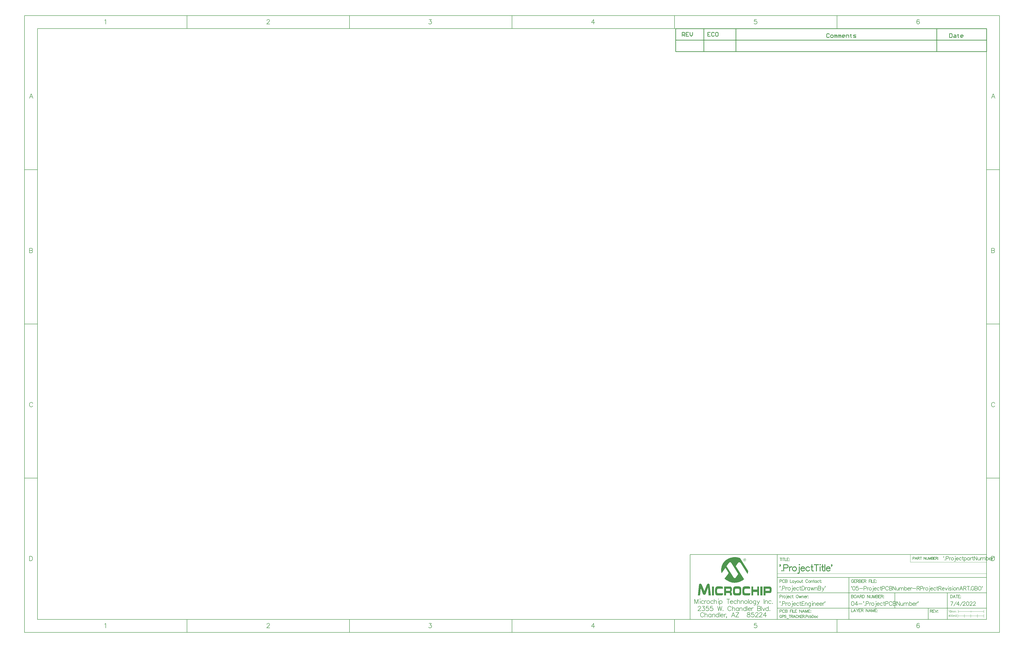
<source format=gbo>
G04*
G04 #@! TF.GenerationSoftware,Altium Limited,Altium Designer,22.6.1 (34)*
G04*
G04 Layer_Color=32896*
%FSLAX43Y43*%
%MOMM*%
G71*
G04*
G04 #@! TF.SameCoordinates,D55714FD-7612-40EE-B6C0-6C4E7D2459FC*
G04*
G04*
G04 #@! TF.FilePolarity,Positive*
G04*
G01*
G75*
%ADD11C,0.200*%
%ADD12C,0.100*%
%ADD13C,0.254*%
%ADD15C,0.127*%
%ADD16C,0.180*%
%ADD17C,0.178*%
%ADD18C,0.150*%
%ADD19C,0.350*%
G36*
X259352Y-135547D02*
X259440Y-135573D01*
X259542Y-135611D01*
X259631Y-135674D01*
X259720Y-135776D01*
X259783Y-135903D01*
X259809Y-135992D01*
X259809Y-136081D01*
X259809Y-136106D01*
X259796Y-136170D01*
X259783Y-136259D01*
X259745Y-136373D01*
X259682Y-136474D01*
X259580Y-136563D01*
X259440Y-136640D01*
X259364Y-136652D01*
X259263Y-136665D01*
X259225Y-136665D01*
X259174Y-136652D01*
X259123Y-136640D01*
X258983Y-136589D01*
X258907Y-136551D01*
X258844Y-136500D01*
X258831Y-136487D01*
X258818Y-136462D01*
X258793Y-136436D01*
X258767Y-136386D01*
X258704Y-136246D01*
X258691Y-136170D01*
X258678Y-136081D01*
X258678Y-136068D01*
X258678Y-136043D01*
X258691Y-136005D01*
X258704Y-135941D01*
X258755Y-135827D01*
X258805Y-135763D01*
X258856Y-135700D01*
X258869Y-135687D01*
X258882Y-135674D01*
X258920Y-135649D01*
X258971Y-135611D01*
X259098Y-135560D01*
X259174Y-135547D01*
X259263Y-135535D01*
X259288Y-135535D01*
X259352Y-135547D01*
X259352Y-135547D02*
G37*
G36*
X255732Y-135052D02*
X255859Y-135065D01*
X255986Y-135077D01*
X256138Y-135090D01*
X256456Y-135141D01*
X256799Y-135217D01*
X257154Y-135319D01*
X257510Y-135458D01*
X260685Y-140500D01*
X260685Y-140513D01*
X260685Y-140538D01*
X260672Y-140589D01*
X260672Y-140653D01*
X260660Y-140742D01*
X260647Y-140831D01*
X260596Y-141046D01*
X260596Y-141059D01*
X260583Y-141097D01*
X260571Y-141161D01*
X260558Y-141237D01*
X260533Y-141326D01*
X260495Y-141427D01*
X260431Y-141669D01*
X257675Y-137363D01*
X257662Y-137351D01*
X257637Y-137313D01*
X257586Y-137262D01*
X257535Y-137198D01*
X257459Y-137135D01*
X257370Y-137084D01*
X257281Y-137046D01*
X257180Y-137033D01*
X257142Y-137033D01*
X257091Y-137046D01*
X257027Y-137071D01*
X256964Y-137109D01*
X256888Y-137173D01*
X256799Y-137249D01*
X256723Y-137351D01*
X255808Y-138608D01*
X259034Y-143713D01*
X259021Y-143726D01*
X258958Y-143777D01*
X258882Y-143840D01*
X258755Y-143929D01*
X258615Y-144031D01*
X258437Y-144145D01*
X258221Y-144272D01*
X257993Y-144399D01*
X257726Y-144526D01*
X257447Y-144653D01*
X257142Y-144768D01*
X256812Y-144869D01*
X256456Y-144958D01*
X256088Y-145022D01*
X255707Y-145072D01*
X255300Y-145085D01*
X255199Y-145085D01*
X255084Y-145072D01*
X254932Y-145060D01*
X254741Y-145034D01*
X254513Y-144996D01*
X254259Y-144945D01*
X253992Y-144882D01*
X253700Y-144793D01*
X253383Y-144679D01*
X253065Y-144552D01*
X252748Y-144387D01*
X252417Y-144196D01*
X252087Y-143980D01*
X251770Y-143726D01*
X251465Y-143434D01*
X252836Y-141542D01*
X252849Y-141529D01*
X252875Y-141478D01*
X252887Y-141440D01*
X252900Y-141389D01*
X252925Y-141313D01*
X252938Y-141237D01*
X252938Y-141224D01*
X252938Y-141212D01*
X252925Y-141135D01*
X252875Y-141008D01*
X252836Y-140932D01*
X252786Y-140856D01*
X251770Y-139268D01*
X250258Y-141364D01*
X250258Y-141351D01*
X250246Y-141339D01*
X250246Y-141300D01*
X250233Y-141250D01*
X250208Y-141123D01*
X250169Y-140958D01*
X250131Y-140742D01*
X250106Y-140513D01*
X250093Y-140259D01*
X250081Y-139980D01*
X250081Y-139954D01*
X250081Y-139891D01*
X250093Y-139789D01*
X250106Y-139649D01*
X250131Y-139484D01*
X250157Y-139281D01*
X250208Y-139065D01*
X250258Y-138824D01*
X250335Y-138557D01*
X250436Y-138291D01*
X250550Y-138011D01*
X250690Y-137719D01*
X250855Y-137440D01*
X251046Y-137148D01*
X251274Y-136868D01*
X251528Y-136589D01*
X251541Y-136576D01*
X251605Y-136525D01*
X251693Y-136449D01*
X251808Y-136347D01*
X251960Y-136233D01*
X252138Y-136093D01*
X252354Y-135954D01*
X252595Y-135814D01*
X252875Y-135674D01*
X253167Y-135535D01*
X253484Y-135395D01*
X253827Y-135281D01*
X254208Y-135179D01*
X254589Y-135103D01*
X255008Y-135052D01*
X255440Y-135039D01*
X255630Y-135039D01*
X255732Y-135052D01*
X255732Y-135052D02*
G37*
G36*
X260990Y-146520D02*
X261066Y-146520D01*
X261117Y-146533D01*
X261130Y-146533D01*
X261155Y-146546D01*
X261206Y-146571D01*
X261257Y-146596D01*
X261307Y-146647D01*
X261358Y-146698D01*
X261409Y-146774D01*
X261434Y-146876D01*
X261434Y-146888D01*
X261434Y-146914D01*
X261447Y-146952D01*
X261447Y-147015D01*
X261447Y-147092D01*
X261460Y-147181D01*
X261460Y-147295D01*
X261460Y-147435D01*
X259580Y-147384D01*
X259567Y-147384D01*
X259517Y-147396D01*
X259440Y-147422D01*
X259364Y-147460D01*
X259275Y-147549D01*
X259212Y-147676D01*
X259174Y-147752D01*
X259161Y-147854D01*
X259136Y-147955D01*
X259136Y-148082D01*
X259136Y-148463D01*
X259136Y-148476D01*
X259136Y-148489D01*
X259148Y-148565D01*
X259161Y-148679D01*
X259186Y-148806D01*
X259237Y-148933D01*
X259313Y-149047D01*
X259415Y-149124D01*
X259479Y-149136D01*
X259555Y-149149D01*
X261485Y-149149D01*
X261485Y-149174D01*
X261485Y-149238D01*
X261485Y-149327D01*
X261472Y-149441D01*
X261460Y-149568D01*
X261447Y-149682D01*
X261422Y-149771D01*
X261384Y-149848D01*
X261384Y-149860D01*
X261358Y-149873D01*
X261320Y-149898D01*
X261257Y-149936D01*
X261168Y-149975D01*
X261053Y-150000D01*
X260914Y-150013D01*
X260736Y-150025D01*
X259339Y-150025D01*
X259225Y-150000D01*
X259085Y-149975D01*
X258932Y-149936D01*
X258793Y-149873D01*
X258653Y-149784D01*
X258551Y-149657D01*
X258551Y-149644D01*
X258526Y-149606D01*
X258501Y-149543D01*
X258475Y-149441D01*
X258450Y-149327D01*
X258424Y-149174D01*
X258412Y-148997D01*
X258399Y-148793D01*
X258399Y-147765D01*
X258399Y-147752D01*
X258399Y-147727D01*
X258399Y-147676D01*
X258412Y-147625D01*
X258424Y-147473D01*
X258450Y-147295D01*
X258501Y-147104D01*
X258577Y-146914D01*
X258678Y-146761D01*
X258742Y-146685D01*
X258818Y-146634D01*
X258831Y-146634D01*
X258856Y-146609D01*
X258907Y-146596D01*
X258971Y-146571D01*
X259059Y-146546D01*
X259161Y-146533D01*
X259288Y-146507D01*
X260825Y-146507D01*
X260990Y-146520D01*
X260990Y-146520D02*
G37*
G36*
X264914Y-150000D02*
X264178Y-150000D01*
X264178Y-148692D01*
X262628Y-148692D01*
X262628Y-150000D01*
X261942Y-150000D01*
X261942Y-146533D01*
X262628Y-146533D01*
X262628Y-147765D01*
X264178Y-147765D01*
X264178Y-146533D01*
X264914Y-146533D01*
X264914Y-150000D01*
X264914Y-150000D02*
G37*
G36*
X245216Y-145415D02*
X245280Y-145428D01*
X245356Y-145466D01*
X245432Y-145530D01*
X245509Y-145631D01*
X245559Y-145758D01*
X245597Y-145936D01*
X246067Y-150000D01*
X245204Y-150000D01*
X244962Y-147079D01*
X244937Y-147079D01*
X244048Y-149428D01*
X244035Y-149441D01*
X244023Y-149492D01*
X243985Y-149543D01*
X243934Y-149619D01*
X243858Y-149682D01*
X243769Y-149746D01*
X243667Y-149797D01*
X243540Y-149809D01*
X243527Y-149809D01*
X243477Y-149797D01*
X243413Y-149784D01*
X243324Y-149759D01*
X243235Y-149721D01*
X243146Y-149644D01*
X243057Y-149555D01*
X242994Y-149428D01*
X242118Y-147117D01*
X242105Y-147117D01*
X241851Y-150000D01*
X241000Y-150000D01*
X241445Y-145898D01*
X241445Y-145872D01*
X241457Y-145822D01*
X241483Y-145745D01*
X241521Y-145644D01*
X241584Y-145555D01*
X241660Y-145479D01*
X241775Y-145428D01*
X241902Y-145403D01*
X241927Y-145403D01*
X241978Y-145415D01*
X242054Y-145428D01*
X242156Y-145453D01*
X242257Y-145517D01*
X242359Y-145593D01*
X242461Y-145707D01*
X242537Y-145860D01*
X243527Y-148374D01*
X243540Y-148374D01*
X244531Y-145860D01*
X244543Y-145834D01*
X244569Y-145784D01*
X244607Y-145720D01*
X244670Y-145631D01*
X244759Y-145542D01*
X244874Y-145479D01*
X245001Y-145428D01*
X245153Y-145403D01*
X245166Y-145403D01*
X245216Y-145415D01*
X245216Y-145415D02*
G37*
G36*
X269042Y-146546D02*
X269156Y-146558D01*
X269296Y-146609D01*
X269435Y-146673D01*
X269562Y-146774D01*
X269677Y-146927D01*
X269715Y-147015D01*
X269753Y-147117D01*
X269753Y-147130D01*
X269766Y-147155D01*
X269766Y-147219D01*
X269778Y-147282D01*
X269791Y-147371D01*
X269791Y-147473D01*
X269804Y-147600D01*
X269804Y-147727D01*
X269804Y-148006D01*
X269804Y-148019D01*
X269804Y-148031D01*
X269804Y-148108D01*
X269791Y-148209D01*
X269778Y-148349D01*
X269753Y-148489D01*
X269715Y-148641D01*
X269664Y-148781D01*
X269600Y-148895D01*
X269588Y-148908D01*
X269575Y-148933D01*
X269537Y-148971D01*
X269486Y-149009D01*
X269410Y-149047D01*
X269334Y-149086D01*
X269245Y-149111D01*
X269131Y-149124D01*
X267416Y-149124D01*
X267416Y-150000D01*
X266692Y-150000D01*
X266692Y-146533D01*
X268965Y-146533D01*
X269042Y-146546D01*
X269042Y-146546D02*
G37*
G36*
X266235Y-150000D02*
X265422Y-150000D01*
X265422Y-146533D01*
X266235Y-146533D01*
X266235Y-150000D01*
X266235Y-150000D02*
G37*
G36*
X253725Y-146546D02*
X253840Y-146584D01*
X253967Y-146660D01*
X254030Y-146711D01*
X254094Y-146787D01*
X254157Y-146863D01*
X254208Y-146965D01*
X254246Y-147079D01*
X254284Y-147219D01*
X254297Y-147384D01*
X254310Y-147562D01*
X254310Y-147777D01*
X254310Y-147790D01*
X254310Y-147803D01*
X254310Y-147841D01*
X254310Y-147892D01*
X254284Y-148019D01*
X254259Y-148158D01*
X254208Y-148311D01*
X254145Y-148451D01*
X254043Y-148565D01*
X253979Y-148616D01*
X253916Y-148641D01*
X253916Y-148654D01*
X253929Y-148654D01*
X253979Y-148679D01*
X254043Y-148730D01*
X254119Y-148793D01*
X254183Y-148895D01*
X254246Y-149022D01*
X254297Y-149200D01*
X254310Y-149314D01*
X254310Y-149428D01*
X254310Y-150000D01*
X253573Y-150000D01*
X253573Y-149594D01*
X253573Y-149581D01*
X253573Y-149543D01*
X253573Y-149492D01*
X253573Y-149441D01*
X253560Y-149314D01*
X253560Y-149263D01*
X253548Y-149225D01*
X253535Y-149200D01*
X253497Y-149162D01*
X253408Y-149124D01*
X253294Y-149098D01*
X252011Y-149098D01*
X252011Y-150000D01*
X251274Y-150000D01*
X251274Y-146533D01*
X253649Y-146533D01*
X253725Y-146546D01*
X253725Y-146546D02*
G37*
G36*
X247312Y-150000D02*
X246499Y-150000D01*
X246499Y-146533D01*
X247312Y-146533D01*
X247312Y-150000D01*
X247312Y-150000D02*
G37*
G36*
X257154Y-146520D02*
X257281Y-146546D01*
X257421Y-146584D01*
X257561Y-146634D01*
X257675Y-146711D01*
X257777Y-146812D01*
X257789Y-146825D01*
X257815Y-146863D01*
X257840Y-146939D01*
X257891Y-147041D01*
X257929Y-147181D01*
X257954Y-147333D01*
X257980Y-147523D01*
X257993Y-147752D01*
X257993Y-148781D01*
X257993Y-148793D01*
X257993Y-148819D01*
X257993Y-148870D01*
X257980Y-148933D01*
X257967Y-149098D01*
X257929Y-149289D01*
X257866Y-149492D01*
X257777Y-149682D01*
X257650Y-149848D01*
X257574Y-149911D01*
X257485Y-149962D01*
X257472Y-149962D01*
X257447Y-149975D01*
X257408Y-149987D01*
X257345Y-149987D01*
X257269Y-150000D01*
X257180Y-150013D01*
X257066Y-150025D01*
X255694Y-150025D01*
X255592Y-150013D01*
X255453Y-149987D01*
X255313Y-149949D01*
X255173Y-149886D01*
X255034Y-149809D01*
X254932Y-149695D01*
X254919Y-149682D01*
X254907Y-149644D01*
X254868Y-149568D01*
X254843Y-149467D01*
X254805Y-149340D01*
X254767Y-149187D01*
X254754Y-148997D01*
X254741Y-148781D01*
X254741Y-147752D01*
X254741Y-147739D01*
X254741Y-147701D01*
X254741Y-147650D01*
X254754Y-147587D01*
X254754Y-147511D01*
X254780Y-147409D01*
X254818Y-147206D01*
X254894Y-147003D01*
X254995Y-146800D01*
X255059Y-146723D01*
X255148Y-146647D01*
X255237Y-146584D01*
X255338Y-146546D01*
X255351Y-146546D01*
X255376Y-146533D01*
X255415Y-146533D01*
X255465Y-146520D01*
X255529Y-146520D01*
X255605Y-146507D01*
X257053Y-146507D01*
X257154Y-146520D01*
X257154Y-146520D02*
G37*
G36*
X250081Y-146520D02*
X250258Y-146520D01*
X250411Y-146533D01*
X250487Y-146546D01*
X250538Y-146558D01*
X250589Y-146571D01*
X250614Y-146584D01*
X250627Y-146584D01*
X250639Y-146609D01*
X250677Y-146660D01*
X250716Y-146723D01*
X250741Y-146825D01*
X250779Y-146965D01*
X250792Y-147155D01*
X250804Y-147257D01*
X250804Y-147384D01*
X248912Y-147384D01*
X248823Y-147396D01*
X248722Y-147447D01*
X248671Y-147473D01*
X248620Y-147523D01*
X248620Y-147536D01*
X248607Y-147549D01*
X248582Y-147587D01*
X248569Y-147650D01*
X248544Y-147727D01*
X248518Y-147816D01*
X248506Y-147943D01*
X248506Y-148082D01*
X248506Y-148463D01*
X248506Y-148476D01*
X248506Y-148527D01*
X248506Y-148603D01*
X248518Y-148679D01*
X248531Y-148857D01*
X248544Y-148933D01*
X248569Y-148984D01*
X248569Y-148997D01*
X248582Y-149009D01*
X248645Y-149060D01*
X248696Y-149098D01*
X248760Y-149124D01*
X248836Y-149136D01*
X248925Y-149149D01*
X250855Y-149149D01*
X250855Y-149174D01*
X250855Y-149225D01*
X250855Y-149314D01*
X250843Y-149416D01*
X250830Y-149530D01*
X250817Y-149644D01*
X250792Y-149733D01*
X250754Y-149809D01*
X250741Y-149822D01*
X250728Y-149848D01*
X250677Y-149873D01*
X250627Y-149911D01*
X250538Y-149962D01*
X250423Y-149987D01*
X250284Y-150013D01*
X250106Y-150025D01*
X248709Y-150025D01*
X248595Y-150013D01*
X248480Y-149987D01*
X248341Y-149962D01*
X248201Y-149911D01*
X248074Y-149835D01*
X247972Y-149746D01*
X247960Y-149733D01*
X247934Y-149695D01*
X247896Y-149619D01*
X247858Y-149517D01*
X247820Y-149390D01*
X247782Y-149225D01*
X247756Y-149022D01*
X247744Y-148781D01*
X247744Y-147752D01*
X247744Y-147739D01*
X247744Y-147701D01*
X247744Y-147650D01*
X247756Y-147574D01*
X247769Y-147485D01*
X247782Y-147396D01*
X247833Y-147181D01*
X247922Y-146965D01*
X248049Y-146761D01*
X248125Y-146673D01*
X248226Y-146609D01*
X248328Y-146558D01*
X248455Y-146520D01*
X248480Y-146520D01*
X248557Y-146507D01*
X249915Y-146507D01*
X250081Y-146520D01*
X250081Y-146520D02*
G37*
%LPC*%
G36*
X259263Y-135624D02*
X259237Y-135624D01*
X259186Y-135636D01*
X259110Y-135649D01*
X259021Y-135674D01*
X258920Y-135738D01*
X258844Y-135814D01*
X258793Y-135928D01*
X258767Y-136081D01*
X258767Y-136093D01*
X258767Y-136119D01*
X258780Y-136157D01*
X258780Y-136195D01*
X258831Y-136322D01*
X258856Y-136373D01*
X258907Y-136436D01*
X258920Y-136436D01*
X258932Y-136462D01*
X259009Y-136500D01*
X259110Y-136551D01*
X259186Y-136563D01*
X259263Y-136576D01*
X259288Y-136576D01*
X259339Y-136563D01*
X259402Y-136551D01*
X259491Y-136513D01*
X259580Y-136449D01*
X259644Y-136373D01*
X259694Y-136246D01*
X259720Y-136081D01*
X259720Y-136055D01*
X259707Y-136005D01*
X259694Y-135941D01*
X259669Y-135852D01*
X259605Y-135763D01*
X259529Y-135700D01*
X259415Y-135649D01*
X259263Y-135624D01*
X259263Y-135624D02*
G37*
%LPD*%
G36*
X259390Y-135789D02*
X259428Y-135814D01*
X259466Y-135839D01*
X259491Y-135890D01*
X259504Y-135954D01*
X259504Y-135966D01*
X259504Y-135979D01*
X259479Y-136043D01*
X259440Y-136119D01*
X259390Y-136144D01*
X259339Y-136157D01*
X259517Y-136436D01*
X259415Y-136436D01*
X259225Y-136157D01*
X259123Y-136157D01*
X259123Y-136436D01*
X259021Y-136436D01*
X259021Y-135763D01*
X259301Y-135763D01*
X259390Y-135789D01*
X259390Y-135789D02*
G37*
%LPC*%
G36*
X259288Y-135852D02*
X259123Y-135852D01*
X259123Y-136068D01*
X259301Y-136068D01*
X259339Y-136055D01*
X259377Y-136017D01*
X259390Y-135954D01*
X259390Y-135941D01*
X259377Y-135903D01*
X259352Y-135865D01*
X259288Y-135852D01*
X259288Y-135852D02*
G37*
G36*
X253611Y-137021D02*
X253573Y-137021D01*
X253522Y-137033D01*
X253459Y-137059D01*
X253383Y-137097D01*
X253306Y-137160D01*
X253217Y-137236D01*
X253129Y-137338D01*
X252227Y-138595D01*
X254932Y-142875D01*
X254945Y-142888D01*
X254970Y-142939D01*
X255021Y-142990D01*
X255084Y-143066D01*
X255148Y-143129D01*
X255224Y-143193D01*
X255313Y-143244D01*
X255389Y-143256D01*
X255440Y-143256D01*
X255478Y-143244D01*
X255542Y-143218D01*
X255618Y-143193D01*
X255694Y-143142D01*
X255770Y-143066D01*
X255846Y-142977D01*
X256786Y-141618D01*
X254081Y-137351D01*
X254068Y-137338D01*
X254043Y-137300D01*
X254005Y-137249D01*
X253941Y-137186D01*
X253878Y-137122D01*
X253802Y-137071D01*
X253713Y-137033D01*
X253611Y-137021D01*
X253611Y-137021D02*
G37*
G36*
X268775Y-147371D02*
X267416Y-147371D01*
X267416Y-148260D01*
X268864Y-148260D01*
X268889Y-148235D01*
X268940Y-148209D01*
X268978Y-148171D01*
X269004Y-148108D01*
X269029Y-148019D01*
X269042Y-147892D01*
X269042Y-147765D01*
X269042Y-147752D01*
X269042Y-147701D01*
X269029Y-147638D01*
X269004Y-147562D01*
X268978Y-147498D01*
X268927Y-147435D01*
X268864Y-147384D01*
X268775Y-147371D01*
X268775Y-147371D02*
G37*
G36*
X253256Y-147371D02*
X252011Y-147371D01*
X252011Y-148235D01*
X253383Y-148235D01*
X253421Y-148209D01*
X253484Y-148184D01*
X253535Y-148146D01*
X253573Y-148082D01*
X253611Y-147993D01*
X253624Y-147866D01*
X253624Y-147765D01*
X253624Y-147752D01*
X253624Y-147701D01*
X253611Y-147638D01*
X253573Y-147562D01*
X253535Y-147498D01*
X253471Y-147435D01*
X253383Y-147384D01*
X253256Y-147371D01*
X253256Y-147371D02*
G37*
G36*
X256786Y-147371D02*
X255897Y-147371D01*
X255859Y-147384D01*
X255808Y-147396D01*
X255707Y-147435D01*
X255656Y-147485D01*
X255605Y-147536D01*
X255605Y-147549D01*
X255592Y-147562D01*
X255567Y-147600D01*
X255554Y-147663D01*
X255529Y-147739D01*
X255503Y-147828D01*
X255491Y-147943D01*
X255491Y-148082D01*
X255491Y-148463D01*
X255491Y-148476D01*
X255491Y-148527D01*
X255491Y-148590D01*
X255503Y-148679D01*
X255529Y-148857D01*
X255542Y-148946D01*
X255567Y-149009D01*
X255580Y-149035D01*
X255643Y-149073D01*
X255681Y-149098D01*
X255745Y-149124D01*
X255808Y-149136D01*
X255897Y-149149D01*
X256850Y-149149D01*
X256900Y-149136D01*
X256964Y-149111D01*
X257053Y-149060D01*
X257129Y-148984D01*
X257205Y-148857D01*
X257231Y-148781D01*
X257256Y-148692D01*
X257269Y-148578D01*
X257269Y-148463D01*
X257269Y-148082D01*
X257269Y-148070D01*
X257269Y-148019D01*
X257256Y-147955D01*
X257256Y-147866D01*
X257205Y-147689D01*
X257180Y-147600D01*
X257129Y-147536D01*
X257129Y-147523D01*
X257104Y-147511D01*
X257040Y-147447D01*
X256926Y-147396D01*
X256862Y-147384D01*
X256786Y-147371D01*
X256786Y-147371D02*
G37*
%LPD*%
D11*
X337071Y-134893D02*
X337000Y-134822D01*
X337071Y-134750D01*
X337143Y-134822D01*
X337143Y-134965D01*
X337071Y-135107D01*
X337000Y-135179D01*
X337543Y-136107D02*
X337471Y-136179D01*
X337543Y-136250D01*
X337614Y-136179D01*
X337543Y-136107D01*
X337943Y-135536D02*
X338585Y-135536D01*
X338800Y-135464D01*
X338871Y-135393D01*
X338942Y-135250D01*
X338942Y-135036D01*
X338871Y-134893D01*
X338800Y-134822D01*
X338585Y-134750D01*
X337943Y-134750D01*
X337943Y-136250D01*
X339278Y-135250D02*
X339278Y-136250D01*
X339278Y-135679D02*
X339350Y-135464D01*
X339492Y-135322D01*
X339635Y-135250D01*
X339849Y-135250D01*
X340342Y-135250D02*
X340199Y-135322D01*
X340057Y-135464D01*
X339985Y-135679D01*
X339985Y-135821D01*
X340057Y-136036D01*
X340199Y-136179D01*
X340342Y-136250D01*
X340556Y-136250D01*
X340699Y-136179D01*
X340842Y-136036D01*
X340913Y-135821D01*
X340913Y-135679D01*
X340842Y-135464D01*
X340699Y-135322D01*
X340556Y-135250D01*
X340342Y-135250D01*
X341528Y-134750D02*
X341599Y-134822D01*
X341670Y-134750D01*
X341599Y-134679D01*
X341528Y-134750D01*
X341599Y-135250D02*
X341599Y-136464D01*
X341528Y-136678D01*
X341385Y-136750D01*
X341242Y-136750D01*
X341949Y-135679D02*
X342806Y-135679D01*
X342806Y-135536D01*
X342734Y-135393D01*
X342663Y-135322D01*
X342520Y-135250D01*
X342306Y-135250D01*
X342163Y-135322D01*
X342020Y-135464D01*
X341949Y-135679D01*
X341949Y-135821D01*
X342020Y-136036D01*
X342163Y-136179D01*
X342306Y-136250D01*
X342520Y-136250D01*
X342663Y-136179D01*
X342806Y-136036D01*
X343984Y-135464D02*
X343841Y-135322D01*
X343699Y-135250D01*
X343484Y-135250D01*
X343342Y-135322D01*
X343199Y-135464D01*
X343127Y-135679D01*
X343127Y-135821D01*
X343199Y-136036D01*
X343342Y-136179D01*
X343484Y-136250D01*
X343699Y-136250D01*
X343841Y-136179D01*
X343984Y-136036D01*
X344520Y-134750D02*
X344520Y-135964D01*
X344591Y-136179D01*
X344734Y-136250D01*
X344877Y-136250D01*
X344306Y-135250D02*
X344805Y-135250D01*
X345091Y-135250D02*
X345091Y-136750D01*
X345091Y-135464D02*
X345234Y-135322D01*
X345377Y-135250D01*
X345591Y-135250D01*
X345734Y-135322D01*
X345877Y-135464D01*
X345948Y-135679D01*
X345948Y-135821D01*
X345877Y-136036D01*
X345734Y-136179D01*
X345591Y-136250D01*
X345377Y-136250D01*
X345234Y-136179D01*
X345091Y-136036D01*
X347126Y-135250D02*
X347126Y-136250D01*
X347126Y-135464D02*
X346984Y-135322D01*
X346841Y-135250D01*
X346627Y-135250D01*
X346484Y-135322D01*
X346341Y-135464D01*
X346269Y-135679D01*
X346269Y-135821D01*
X346341Y-136036D01*
X346484Y-136179D01*
X346627Y-136250D01*
X346841Y-136250D01*
X346984Y-136179D01*
X347126Y-136036D01*
X347526Y-135250D02*
X347526Y-136250D01*
X347526Y-135679D02*
X347598Y-135464D01*
X347741Y-135322D01*
X347883Y-135250D01*
X348098Y-135250D01*
X348448Y-134750D02*
X348448Y-135964D01*
X348519Y-136179D01*
X348662Y-136250D01*
X348805Y-136250D01*
X348233Y-135250D02*
X348733Y-135250D01*
X349019Y-134750D02*
X349019Y-136250D01*
X349019Y-134750D02*
X350019Y-136250D01*
X350019Y-134750D02*
X350019Y-136250D01*
X350433Y-135250D02*
X350433Y-135964D01*
X350504Y-136179D01*
X350647Y-136250D01*
X350861Y-136250D01*
X351004Y-136179D01*
X351218Y-135964D01*
X351218Y-135250D02*
X351218Y-136250D01*
X351611Y-135250D02*
X351611Y-136250D01*
X351611Y-135536D02*
X351825Y-135322D01*
X351968Y-135250D01*
X352182Y-135250D01*
X352325Y-135322D01*
X352397Y-135536D01*
X352397Y-136250D01*
X352397Y-135536D02*
X352611Y-135322D01*
X352754Y-135250D01*
X352968Y-135250D01*
X353111Y-135322D01*
X353182Y-135536D01*
X353182Y-136250D01*
X353654Y-134750D02*
X353654Y-136250D01*
X353654Y-135464D02*
X353796Y-135322D01*
X353939Y-135250D01*
X354154Y-135250D01*
X354296Y-135322D01*
X354439Y-135464D01*
X354511Y-135679D01*
X354511Y-135821D01*
X354439Y-136036D01*
X354296Y-136179D01*
X354154Y-136250D01*
X353939Y-136250D01*
X353796Y-136179D01*
X353654Y-136036D01*
X354832Y-135679D02*
X355689Y-135679D01*
X355689Y-135536D01*
X355617Y-135393D01*
X355546Y-135322D01*
X355403Y-135250D01*
X355189Y-135250D01*
X355046Y-135322D01*
X354903Y-135464D01*
X354832Y-135679D01*
X354832Y-135821D01*
X354903Y-136036D01*
X355046Y-136179D01*
X355189Y-136250D01*
X355403Y-136250D01*
X355546Y-136179D01*
X355689Y-136036D01*
X356010Y-135250D02*
X356010Y-136250D01*
X356010Y-135679D02*
X356082Y-135464D01*
X356224Y-135322D01*
X356367Y-135250D01*
X356582Y-135250D01*
X356789Y-134893D02*
X356717Y-134822D01*
X356789Y-134750D01*
X356860Y-134822D01*
X356860Y-134965D01*
X356789Y-135107D01*
X356717Y-135179D01*
D12*
X347700Y-156600D02*
X347700Y-156000D01*
X342540Y-158635D02*
X342540Y-157365D01*
X345080Y-158635D02*
X345080Y-157365D01*
X347620Y-158635D02*
X347620Y-157365D01*
X350160Y-158635D02*
X350160Y-157365D01*
X352700Y-158635D02*
X352700Y-157365D01*
X342540Y-158000D02*
X352700Y-158000D01*
X342700Y-156300D02*
X352700Y-156300D01*
X353820Y-137000D02*
X353820Y-137000D01*
X342700Y-156800D02*
X342700Y-155800D01*
X352700Y-156800D02*
X352700Y-155800D01*
X324000Y-137000D02*
X324000Y-134000D01*
X324000Y-137000D02*
X353820Y-137000D01*
X272000Y-141500D02*
X353820Y-141500D01*
X339233Y-157600D02*
X338900Y-158067D01*
X339400Y-158067D01*
X339233Y-157600D02*
X339233Y-158300D01*
X339723Y-157600D02*
X339623Y-157633D01*
X339557Y-157733D01*
X339523Y-157900D01*
X339523Y-158000D01*
X339557Y-158167D01*
X339623Y-158267D01*
X339723Y-158300D01*
X339790Y-158300D01*
X339890Y-158267D01*
X339956Y-158167D01*
X339990Y-158000D01*
X339990Y-157900D01*
X339956Y-157733D01*
X339890Y-157633D01*
X339790Y-157600D01*
X339723Y-157600D01*
X340346Y-157600D02*
X340246Y-157633D01*
X340180Y-157733D01*
X340146Y-157900D01*
X340146Y-158000D01*
X340180Y-158167D01*
X340246Y-158267D01*
X340346Y-158300D01*
X340413Y-158300D01*
X340513Y-158267D01*
X340580Y-158167D01*
X340613Y-158000D01*
X340613Y-157900D01*
X340580Y-157733D01*
X340513Y-157633D01*
X340413Y-157600D01*
X340346Y-157600D01*
X340770Y-157833D02*
X340770Y-158300D01*
X340770Y-157967D02*
X340870Y-157867D01*
X340936Y-157833D01*
X341036Y-157833D01*
X341103Y-157867D01*
X341136Y-157967D01*
X341136Y-158300D01*
X341136Y-157967D02*
X341236Y-157867D01*
X341303Y-157833D01*
X341403Y-157833D01*
X341469Y-157867D01*
X341503Y-157967D01*
X341503Y-158300D01*
X341789Y-157600D02*
X341823Y-157633D01*
X341856Y-157600D01*
X341823Y-157567D01*
X341789Y-157600D01*
X341823Y-157833D02*
X341823Y-158300D01*
X341979Y-157600D02*
X341979Y-158300D01*
X339000Y-156033D02*
X339067Y-156000D01*
X339167Y-155900D01*
X339167Y-156600D01*
X339713Y-155900D02*
X339613Y-155933D01*
X339547Y-156033D01*
X339513Y-156200D01*
X339513Y-156300D01*
X339547Y-156467D01*
X339613Y-156567D01*
X339713Y-156600D01*
X339780Y-156600D01*
X339880Y-156567D01*
X339946Y-156467D01*
X339980Y-156300D01*
X339980Y-156200D01*
X339946Y-156033D01*
X339880Y-155933D01*
X339780Y-155900D01*
X339713Y-155900D01*
X340136Y-156133D02*
X340136Y-156600D01*
X340136Y-156267D02*
X340236Y-156167D01*
X340303Y-156133D01*
X340403Y-156133D01*
X340470Y-156167D01*
X340503Y-156267D01*
X340503Y-156600D01*
X340503Y-156267D02*
X340603Y-156167D01*
X340670Y-156133D01*
X340770Y-156133D01*
X340836Y-156167D01*
X340870Y-156267D01*
X340870Y-156600D01*
X341090Y-156133D02*
X341090Y-156600D01*
X341090Y-156267D02*
X341190Y-156167D01*
X341256Y-156133D01*
X341356Y-156133D01*
X341423Y-156167D01*
X341456Y-156267D01*
X341456Y-156600D01*
X341456Y-156267D02*
X341556Y-156167D01*
X341623Y-156133D01*
X341723Y-156133D01*
X341789Y-156167D01*
X341823Y-156267D01*
X341823Y-156600D01*
D13*
X353820Y62720D02*
X353820Y71720D01*
X232320Y71720D02*
X353820Y71720D01*
X255820Y62720D02*
X255820Y67220D01*
X232320Y67220D02*
X232320Y71720D01*
X232320Y67220D02*
X353820Y67220D01*
X243320Y67220D02*
X243320Y71720D01*
X255820Y67220D02*
X255820Y71720D01*
X334320Y67220D02*
X334320Y71720D01*
X232320Y62720D02*
X232320Y67220D01*
X232320Y62720D02*
X353820Y62720D01*
X334320Y62720D02*
X334320Y67220D01*
X243320Y62720D02*
X243320Y67220D01*
X234820Y68720D02*
X234820Y70244D01*
X235582Y70244D01*
X235836Y69990D01*
X235836Y69482D01*
X235582Y69228D01*
X234820Y69228D01*
X235328Y69228D02*
X235836Y68720D01*
X237359Y70244D02*
X236344Y70244D01*
X236344Y68720D01*
X237359Y68720D01*
X236344Y69482D02*
X236851Y69482D01*
X237867Y70244D02*
X237867Y69228D01*
X238375Y68720D01*
X238883Y69228D01*
X238883Y70244D01*
X245836Y70244D02*
X244820Y70244D01*
X244820Y68720D01*
X245836Y68720D01*
X244820Y69482D02*
X245328Y69482D01*
X247359Y69990D02*
X247105Y70244D01*
X246597Y70244D01*
X246344Y69990D01*
X246344Y68974D01*
X246597Y68720D01*
X247105Y68720D01*
X247359Y68974D01*
X248629Y70244D02*
X248121Y70244D01*
X247867Y69990D01*
X247867Y68974D01*
X248121Y68720D01*
X248629Y68720D01*
X248883Y68974D01*
X248883Y69990D01*
X248629Y70244D01*
X292336Y69490D02*
X292082Y69744D01*
X291574Y69744D01*
X291320Y69490D01*
X291320Y68474D01*
X291574Y68220D01*
X292082Y68220D01*
X292336Y68474D01*
X293097Y68220D02*
X293605Y68220D01*
X293859Y68474D01*
X293859Y68982D01*
X293605Y69236D01*
X293097Y69236D01*
X292844Y68982D01*
X292844Y68474D01*
X293097Y68220D01*
X294367Y68220D02*
X294367Y69236D01*
X294621Y69236D01*
X294875Y68982D01*
X294875Y68220D01*
X294875Y68982D01*
X295129Y69236D01*
X295383Y68982D01*
X295383Y68220D01*
X295891Y68220D02*
X295891Y69236D01*
X296144Y69236D01*
X296398Y68982D01*
X296398Y68220D01*
X296398Y68982D01*
X296652Y69236D01*
X296906Y68982D01*
X296906Y68220D01*
X298176Y68220D02*
X297668Y68220D01*
X297414Y68474D01*
X297414Y68982D01*
X297668Y69236D01*
X298176Y69236D01*
X298430Y68982D01*
X298430Y68728D01*
X297414Y68728D01*
X298938Y68220D02*
X298938Y69236D01*
X299699Y69236D01*
X299953Y68982D01*
X299953Y68220D01*
X300715Y69490D02*
X300715Y69236D01*
X300461Y69236D01*
X300969Y69236D01*
X300715Y69236D01*
X300715Y68474D01*
X300969Y68220D01*
X301731Y68220D02*
X302492Y68220D01*
X302746Y68474D01*
X302492Y68728D01*
X301985Y68728D01*
X301731Y68982D01*
X301985Y69236D01*
X302746Y69236D01*
X339320Y69744D02*
X339320Y68220D01*
X340082Y68220D01*
X340336Y68474D01*
X340336Y69490D01*
X340082Y69744D01*
X339320Y69744D01*
X341097Y69236D02*
X341605Y69236D01*
X341859Y68982D01*
X341859Y68220D01*
X341097Y68220D01*
X340844Y68474D01*
X341097Y68728D01*
X341859Y68728D01*
X342621Y69490D02*
X342621Y69236D01*
X342367Y69236D01*
X342875Y69236D01*
X342621Y69236D01*
X342621Y68474D01*
X342875Y68220D01*
X344398Y68220D02*
X343891Y68220D01*
X343637Y68474D01*
X343637Y68982D01*
X343891Y69236D01*
X344398Y69236D01*
X344652Y68982D01*
X344652Y68728D01*
X343637Y68728D01*
D15*
X331000Y-159420D02*
X331000Y-155000D01*
X300000Y-159420D02*
X300000Y-143000D01*
X318000Y-155000D02*
X318000Y-149000D01*
X338500Y-159420D02*
X338500Y-149000D01*
X238000Y-159420D02*
X238000Y-134000D01*
X272000Y-159420D02*
X272000Y-134000D01*
X353820Y-159420D02*
X353820Y-134000D01*
X238000Y-159420D02*
X353820Y-159420D01*
X272000Y-155000D02*
X353820Y-155000D01*
X272000Y-149000D02*
X353820Y-149000D01*
X272000Y-143000D02*
X353820Y-143000D01*
X238000Y-134000D02*
X353820Y-134000D01*
X203960Y-159420D02*
X239520Y-159420D01*
X41400Y-164500D02*
X41400Y-159420D01*
X-22100Y-104175D02*
X-17020Y-104175D01*
X-22100Y-43850D02*
X-17020Y-43850D01*
X-22100Y16475D02*
X-17020Y16475D01*
X-17020Y-159420D02*
X353820Y-159420D01*
X-17020Y-159420D02*
X-17020Y71720D01*
X-22100Y-164500D02*
X358900Y-164500D01*
X-22100Y-164500D02*
X-22100Y76800D01*
X353820Y-159420D02*
X353820Y-128940D01*
X104900Y-164500D02*
X104900Y-159420D01*
X168400Y-164500D02*
X168400Y-159420D01*
X231900Y-164500D02*
X231900Y-159420D01*
X295400Y-164500D02*
X295400Y-159420D01*
X353820Y-104175D02*
X358900Y-104175D01*
X353820Y-43850D02*
X358900Y-43850D01*
X353820Y16475D02*
X358900Y16475D01*
X358900Y-164500D02*
X358900Y76800D01*
X353820Y-159420D02*
X353820Y71720D01*
X41400Y71720D02*
X41400Y76800D01*
X-22100Y76800D02*
X358900Y76800D01*
X-17020Y71720D02*
X353820Y71720D01*
X104900Y71720D02*
X104900Y76800D01*
X168400Y71720D02*
X168400Y76800D01*
X231900Y71720D02*
X231900Y76800D01*
X295400Y71720D02*
X295400Y76800D01*
X301000Y-155357D02*
X301000Y-156500D01*
X301653Y-156500D01*
X302649Y-156500D02*
X302214Y-155357D01*
X301778Y-156500D01*
X301941Y-156119D02*
X302486Y-156119D01*
X302915Y-155357D02*
X303351Y-155901D01*
X303351Y-156500D01*
X303786Y-155357D02*
X303351Y-155901D01*
X304641Y-155357D02*
X303933Y-155357D01*
X303933Y-156500D01*
X304641Y-156500D01*
X303933Y-155901D02*
X304368Y-155901D01*
X304831Y-155357D02*
X304831Y-156500D01*
X304831Y-155357D02*
X305321Y-155357D01*
X305484Y-155412D01*
X305538Y-155466D01*
X305593Y-155575D01*
X305593Y-155684D01*
X305538Y-155793D01*
X305484Y-155847D01*
X305321Y-155901D01*
X304831Y-155901D01*
X305212Y-155901D02*
X305593Y-156500D01*
X306746Y-155357D02*
X306746Y-156500D01*
X306746Y-155357D02*
X307508Y-156500D01*
X307508Y-155357D02*
X307508Y-156500D01*
X308695Y-156500D02*
X308259Y-155357D01*
X307824Y-156500D01*
X307987Y-156119D02*
X308531Y-156119D01*
X308961Y-155357D02*
X308961Y-156500D01*
X308961Y-155357D02*
X309397Y-156500D01*
X309832Y-155357D02*
X309397Y-156500D01*
X309832Y-155357D02*
X309832Y-156500D01*
X310866Y-155357D02*
X310158Y-155357D01*
X310158Y-156500D01*
X310866Y-156500D01*
X310158Y-155901D02*
X310594Y-155901D01*
X311111Y-155738D02*
X311056Y-155793D01*
X311111Y-155847D01*
X311165Y-155793D01*
X311111Y-155738D01*
X311111Y-156391D02*
X311056Y-156446D01*
X311111Y-156500D01*
X311165Y-156446D01*
X311111Y-156391D01*
X331750Y-155607D02*
X331750Y-156750D01*
X331750Y-155607D02*
X332240Y-155607D01*
X332403Y-155662D01*
X332457Y-155716D01*
X332512Y-155825D01*
X332512Y-155934D01*
X332457Y-156043D01*
X332403Y-156097D01*
X332240Y-156151D01*
X331750Y-156151D01*
X332131Y-156151D02*
X332512Y-156750D01*
X333475Y-155607D02*
X332768Y-155607D01*
X332768Y-156750D01*
X333475Y-156750D01*
X332768Y-156151D02*
X333203Y-156151D01*
X333665Y-155607D02*
X334101Y-156750D01*
X334536Y-155607D02*
X334101Y-156750D01*
X334737Y-155988D02*
X334683Y-156043D01*
X334737Y-156097D01*
X334792Y-156043D01*
X334737Y-155988D01*
X334737Y-156641D02*
X334683Y-156696D01*
X334737Y-156750D01*
X334792Y-156696D01*
X334737Y-156641D01*
X339700Y-149857D02*
X339700Y-151000D01*
X339700Y-149857D02*
X340081Y-149857D01*
X340244Y-149912D01*
X340353Y-150020D01*
X340407Y-150129D01*
X340462Y-150293D01*
X340462Y-150565D01*
X340407Y-150728D01*
X340353Y-150837D01*
X340244Y-150946D01*
X340081Y-151000D01*
X339700Y-151000D01*
X341588Y-151000D02*
X341153Y-149857D01*
X340718Y-151000D01*
X340881Y-150619D02*
X341425Y-150619D01*
X342236Y-149857D02*
X342236Y-151000D01*
X341855Y-149857D02*
X342617Y-149857D01*
X343460Y-149857D02*
X342753Y-149857D01*
X342753Y-151000D01*
X343460Y-151000D01*
X342753Y-150401D02*
X343188Y-150401D01*
X343705Y-150238D02*
X343651Y-150293D01*
X343705Y-150347D01*
X343760Y-150293D01*
X343705Y-150238D01*
X343705Y-150891D02*
X343651Y-150946D01*
X343705Y-151000D01*
X343760Y-150946D01*
X343705Y-150891D01*
X273381Y-135357D02*
X273381Y-136500D01*
X273000Y-135357D02*
X273762Y-135357D01*
X273898Y-135357D02*
X273898Y-136500D01*
X274518Y-135357D02*
X274518Y-136500D01*
X274137Y-135357D02*
X274899Y-135357D01*
X275035Y-135357D02*
X275035Y-136500D01*
X275688Y-136500D01*
X276521Y-135357D02*
X275813Y-135357D01*
X275813Y-136500D01*
X276521Y-136500D01*
X275813Y-135901D02*
X276249Y-135901D01*
X276766Y-135738D02*
X276711Y-135793D01*
X276766Y-135847D01*
X276820Y-135793D01*
X276766Y-135738D01*
X276766Y-136391D02*
X276711Y-136446D01*
X276766Y-136500D01*
X276820Y-136446D01*
X276766Y-136391D01*
D16*
X273076Y-152553D02*
X273000Y-152477D01*
X273076Y-152400D01*
X273152Y-152477D01*
X273152Y-152629D01*
X273076Y-152781D01*
X273000Y-152857D01*
X273579Y-153848D02*
X273503Y-153924D01*
X273579Y-154000D01*
X273655Y-153924D01*
X273579Y-153848D01*
X274006Y-153238D02*
X274691Y-153238D01*
X274920Y-153162D01*
X274996Y-153086D01*
X275072Y-152934D01*
X275072Y-152705D01*
X274996Y-152553D01*
X274920Y-152477D01*
X274691Y-152400D01*
X274006Y-152400D01*
X274006Y-154000D01*
X275430Y-152934D02*
X275430Y-154000D01*
X275430Y-153391D02*
X275506Y-153162D01*
X275658Y-153010D01*
X275811Y-152934D01*
X276039Y-152934D01*
X276565Y-152934D02*
X276413Y-153010D01*
X276260Y-153162D01*
X276184Y-153391D01*
X276184Y-153543D01*
X276260Y-153771D01*
X276413Y-153924D01*
X276565Y-154000D01*
X276793Y-154000D01*
X276946Y-153924D01*
X277098Y-153771D01*
X277174Y-153543D01*
X277174Y-153391D01*
X277098Y-153162D01*
X276946Y-153010D01*
X276793Y-152934D01*
X276565Y-152934D01*
X277829Y-152400D02*
X277906Y-152477D01*
X277982Y-152400D01*
X277906Y-152324D01*
X277829Y-152400D01*
X277906Y-152934D02*
X277906Y-154229D01*
X277829Y-154457D01*
X277677Y-154533D01*
X277525Y-154533D01*
X278279Y-153391D02*
X279193Y-153391D01*
X279193Y-153238D01*
X279117Y-153086D01*
X279041Y-153010D01*
X278888Y-152934D01*
X278660Y-152934D01*
X278507Y-153010D01*
X278355Y-153162D01*
X278279Y-153391D01*
X278279Y-153543D01*
X278355Y-153771D01*
X278507Y-153924D01*
X278660Y-154000D01*
X278888Y-154000D01*
X279041Y-153924D01*
X279193Y-153771D01*
X280450Y-153162D02*
X280297Y-153010D01*
X280145Y-152934D01*
X279917Y-152934D01*
X279764Y-153010D01*
X279612Y-153162D01*
X279536Y-153391D01*
X279536Y-153543D01*
X279612Y-153771D01*
X279764Y-153924D01*
X279917Y-154000D01*
X280145Y-154000D01*
X280297Y-153924D01*
X280450Y-153771D01*
X281021Y-152400D02*
X281021Y-153695D01*
X281097Y-153924D01*
X281250Y-154000D01*
X281402Y-154000D01*
X280793Y-152934D02*
X281326Y-152934D01*
X282621Y-152400D02*
X281631Y-152400D01*
X281631Y-154000D01*
X282621Y-154000D01*
X281631Y-153162D02*
X282240Y-153162D01*
X282887Y-152934D02*
X282887Y-154000D01*
X282887Y-153238D02*
X283116Y-153010D01*
X283268Y-152934D01*
X283497Y-152934D01*
X283649Y-153010D01*
X283725Y-153238D01*
X283725Y-154000D01*
X285058Y-152934D02*
X285058Y-154152D01*
X284982Y-154381D01*
X284906Y-154457D01*
X284754Y-154533D01*
X284525Y-154533D01*
X284373Y-154457D01*
X285058Y-153162D02*
X284906Y-153010D01*
X284754Y-152934D01*
X284525Y-152934D01*
X284373Y-153010D01*
X284220Y-153162D01*
X284144Y-153391D01*
X284144Y-153543D01*
X284220Y-153771D01*
X284373Y-153924D01*
X284525Y-154000D01*
X284754Y-154000D01*
X284906Y-153924D01*
X285058Y-153771D01*
X285637Y-152400D02*
X285713Y-152477D01*
X285790Y-152400D01*
X285713Y-152324D01*
X285637Y-152400D01*
X285713Y-152934D02*
X285713Y-154000D01*
X286072Y-152934D02*
X286072Y-154000D01*
X286072Y-153238D02*
X286300Y-153010D01*
X286452Y-152934D01*
X286681Y-152934D01*
X286833Y-153010D01*
X286909Y-153238D01*
X286909Y-154000D01*
X287328Y-153391D02*
X288242Y-153391D01*
X288242Y-153238D01*
X288166Y-153086D01*
X288090Y-153010D01*
X287938Y-152934D01*
X287709Y-152934D01*
X287557Y-153010D01*
X287405Y-153162D01*
X287328Y-153391D01*
X287328Y-153543D01*
X287405Y-153771D01*
X287557Y-153924D01*
X287709Y-154000D01*
X287938Y-154000D01*
X288090Y-153924D01*
X288242Y-153771D01*
X288585Y-153391D02*
X289499Y-153391D01*
X289499Y-153238D01*
X289423Y-153086D01*
X289347Y-153010D01*
X289195Y-152934D01*
X288966Y-152934D01*
X288814Y-153010D01*
X288661Y-153162D01*
X288585Y-153391D01*
X288585Y-153543D01*
X288661Y-153771D01*
X288814Y-153924D01*
X288966Y-154000D01*
X289195Y-154000D01*
X289347Y-153924D01*
X289499Y-153771D01*
X289842Y-152934D02*
X289842Y-154000D01*
X289842Y-153391D02*
X289918Y-153162D01*
X290071Y-153010D01*
X290223Y-152934D01*
X290452Y-152934D01*
X290672Y-152553D02*
X290596Y-152477D01*
X290672Y-152400D01*
X290749Y-152477D01*
X290749Y-152629D01*
X290672Y-152781D01*
X290596Y-152857D01*
X301457Y-152400D02*
X301229Y-152477D01*
X301076Y-152705D01*
X301000Y-153086D01*
X301000Y-153314D01*
X301076Y-153695D01*
X301229Y-153924D01*
X301457Y-154000D01*
X301609Y-154000D01*
X301838Y-153924D01*
X301990Y-153695D01*
X302066Y-153314D01*
X302066Y-153086D01*
X301990Y-152705D01*
X301838Y-152477D01*
X301609Y-152400D01*
X301457Y-152400D01*
X303186Y-152400D02*
X302424Y-153467D01*
X303567Y-153467D01*
X303186Y-152400D02*
X303186Y-154000D01*
X303849Y-153314D02*
X305220Y-153314D01*
X305769Y-152553D02*
X305692Y-152477D01*
X305769Y-152400D01*
X305845Y-152477D01*
X305845Y-152629D01*
X305769Y-152781D01*
X305692Y-152857D01*
X306271Y-153848D02*
X306195Y-153924D01*
X306271Y-154000D01*
X306347Y-153924D01*
X306271Y-153848D01*
X306698Y-153238D02*
X307383Y-153238D01*
X307612Y-153162D01*
X307688Y-153086D01*
X307764Y-152934D01*
X307764Y-152705D01*
X307688Y-152553D01*
X307612Y-152477D01*
X307383Y-152400D01*
X306698Y-152400D01*
X306698Y-154000D01*
X308122Y-152934D02*
X308122Y-154000D01*
X308122Y-153391D02*
X308198Y-153162D01*
X308351Y-153010D01*
X308503Y-152934D01*
X308732Y-152934D01*
X309257Y-152934D02*
X309105Y-153010D01*
X308953Y-153162D01*
X308876Y-153391D01*
X308876Y-153543D01*
X308953Y-153771D01*
X309105Y-153924D01*
X309257Y-154000D01*
X309486Y-154000D01*
X309638Y-153924D01*
X309790Y-153771D01*
X309867Y-153543D01*
X309867Y-153391D01*
X309790Y-153162D01*
X309638Y-153010D01*
X309486Y-152934D01*
X309257Y-152934D01*
X310522Y-152400D02*
X310598Y-152477D01*
X310674Y-152400D01*
X310598Y-152324D01*
X310522Y-152400D01*
X310598Y-152934D02*
X310598Y-154229D01*
X310522Y-154457D01*
X310369Y-154533D01*
X310217Y-154533D01*
X310971Y-153391D02*
X311885Y-153391D01*
X311885Y-153238D01*
X311809Y-153086D01*
X311733Y-153010D01*
X311581Y-152934D01*
X311352Y-152934D01*
X311200Y-153010D01*
X311047Y-153162D01*
X310971Y-153391D01*
X310971Y-153543D01*
X311047Y-153771D01*
X311200Y-153924D01*
X311352Y-154000D01*
X311581Y-154000D01*
X311733Y-153924D01*
X311885Y-153771D01*
X313142Y-153162D02*
X312990Y-153010D01*
X312837Y-152934D01*
X312609Y-152934D01*
X312457Y-153010D01*
X312304Y-153162D01*
X312228Y-153391D01*
X312228Y-153543D01*
X312304Y-153771D01*
X312457Y-153924D01*
X312609Y-154000D01*
X312837Y-154000D01*
X312990Y-153924D01*
X313142Y-153771D01*
X313713Y-152400D02*
X313713Y-153695D01*
X313790Y-153924D01*
X313942Y-154000D01*
X314094Y-154000D01*
X313485Y-152934D02*
X314018Y-152934D01*
X314323Y-153238D02*
X315008Y-153238D01*
X315237Y-153162D01*
X315313Y-153086D01*
X315389Y-152934D01*
X315389Y-152705D01*
X315313Y-152553D01*
X315237Y-152477D01*
X315008Y-152400D01*
X314323Y-152400D01*
X314323Y-154000D01*
X316890Y-152781D02*
X316814Y-152629D01*
X316661Y-152477D01*
X316509Y-152400D01*
X316204Y-152400D01*
X316052Y-152477D01*
X315900Y-152629D01*
X315823Y-152781D01*
X315747Y-153010D01*
X315747Y-153391D01*
X315823Y-153619D01*
X315900Y-153771D01*
X316052Y-153924D01*
X316204Y-154000D01*
X316509Y-154000D01*
X316661Y-153924D01*
X316814Y-153771D01*
X316890Y-153619D01*
X317339Y-152400D02*
X317339Y-154000D01*
X317339Y-152400D02*
X318025Y-152400D01*
X318253Y-152477D01*
X318330Y-152553D01*
X318406Y-152705D01*
X318406Y-152857D01*
X318330Y-153010D01*
X318253Y-153086D01*
X318025Y-153162D01*
X317339Y-153162D02*
X318025Y-153162D01*
X318253Y-153238D01*
X318330Y-153314D01*
X318406Y-153467D01*
X318406Y-153695D01*
X318330Y-153848D01*
X318253Y-153924D01*
X318025Y-154000D01*
X317339Y-154000D01*
X318764Y-152400D02*
X318764Y-154000D01*
X318764Y-152400D02*
X319830Y-154000D01*
X319830Y-152400D02*
X319830Y-154000D01*
X320272Y-152934D02*
X320272Y-153695D01*
X320348Y-153924D01*
X320501Y-154000D01*
X320729Y-154000D01*
X320881Y-153924D01*
X321110Y-153695D01*
X321110Y-152934D02*
X321110Y-154000D01*
X321529Y-152934D02*
X321529Y-154000D01*
X321529Y-153238D02*
X321757Y-153010D01*
X321910Y-152934D01*
X322138Y-152934D01*
X322291Y-153010D01*
X322367Y-153238D01*
X322367Y-154000D01*
X322367Y-153238D02*
X322595Y-153010D01*
X322748Y-152934D01*
X322976Y-152934D01*
X323129Y-153010D01*
X323205Y-153238D01*
X323205Y-154000D01*
X323708Y-152400D02*
X323708Y-154000D01*
X323708Y-153162D02*
X323860Y-153010D01*
X324012Y-152934D01*
X324241Y-152934D01*
X324393Y-153010D01*
X324545Y-153162D01*
X324622Y-153391D01*
X324622Y-153543D01*
X324545Y-153771D01*
X324393Y-153924D01*
X324241Y-154000D01*
X324012Y-154000D01*
X323860Y-153924D01*
X323708Y-153771D01*
X324964Y-153391D02*
X325878Y-153391D01*
X325878Y-153238D01*
X325802Y-153086D01*
X325726Y-153010D01*
X325574Y-152934D01*
X325345Y-152934D01*
X325193Y-153010D01*
X325041Y-153162D01*
X324964Y-153391D01*
X324964Y-153543D01*
X325041Y-153771D01*
X325193Y-153924D01*
X325345Y-154000D01*
X325574Y-154000D01*
X325726Y-153924D01*
X325878Y-153771D01*
X326221Y-152934D02*
X326221Y-154000D01*
X326221Y-153391D02*
X326297Y-153162D01*
X326450Y-153010D01*
X326602Y-152934D01*
X326831Y-152934D01*
X327052Y-152553D02*
X326975Y-152477D01*
X327052Y-152400D01*
X327128Y-152477D01*
X327128Y-152629D01*
X327052Y-152781D01*
X326975Y-152857D01*
D17*
X273076Y-146553D02*
X273000Y-146477D01*
X273076Y-146400D01*
X273152Y-146477D01*
X273152Y-146629D01*
X273076Y-146781D01*
X273000Y-146857D01*
X273579Y-147848D02*
X273503Y-147924D01*
X273579Y-148000D01*
X273655Y-147924D01*
X273579Y-147848D01*
X274006Y-147238D02*
X274691Y-147238D01*
X274920Y-147162D01*
X274996Y-147086D01*
X275072Y-146934D01*
X275072Y-146705D01*
X274996Y-146553D01*
X274920Y-146477D01*
X274691Y-146400D01*
X274006Y-146400D01*
X274006Y-148000D01*
X275430Y-146934D02*
X275430Y-148000D01*
X275430Y-147391D02*
X275506Y-147162D01*
X275658Y-147010D01*
X275811Y-146934D01*
X276039Y-146934D01*
X276565Y-146934D02*
X276413Y-147010D01*
X276260Y-147162D01*
X276184Y-147391D01*
X276184Y-147543D01*
X276260Y-147771D01*
X276413Y-147924D01*
X276565Y-148000D01*
X276793Y-148000D01*
X276946Y-147924D01*
X277098Y-147771D01*
X277174Y-147543D01*
X277174Y-147391D01*
X277098Y-147162D01*
X276946Y-147010D01*
X276793Y-146934D01*
X276565Y-146934D01*
X277829Y-146400D02*
X277906Y-146477D01*
X277982Y-146400D01*
X277906Y-146324D01*
X277829Y-146400D01*
X277906Y-146934D02*
X277906Y-148229D01*
X277829Y-148457D01*
X277677Y-148533D01*
X277525Y-148533D01*
X278279Y-147391D02*
X279193Y-147391D01*
X279193Y-147238D01*
X279117Y-147086D01*
X279041Y-147010D01*
X278888Y-146934D01*
X278660Y-146934D01*
X278507Y-147010D01*
X278355Y-147162D01*
X278279Y-147391D01*
X278279Y-147543D01*
X278355Y-147771D01*
X278507Y-147924D01*
X278660Y-148000D01*
X278888Y-148000D01*
X279041Y-147924D01*
X279193Y-147771D01*
X280450Y-147162D02*
X280297Y-147010D01*
X280145Y-146934D01*
X279917Y-146934D01*
X279764Y-147010D01*
X279612Y-147162D01*
X279536Y-147391D01*
X279536Y-147543D01*
X279612Y-147771D01*
X279764Y-147924D01*
X279917Y-148000D01*
X280145Y-148000D01*
X280297Y-147924D01*
X280450Y-147771D01*
X281021Y-146400D02*
X281021Y-147695D01*
X281097Y-147924D01*
X281250Y-148000D01*
X281402Y-148000D01*
X280793Y-146934D02*
X281326Y-146934D01*
X281631Y-146400D02*
X281631Y-148000D01*
X281631Y-146400D02*
X282164Y-146400D01*
X282392Y-146477D01*
X282545Y-146629D01*
X282621Y-146781D01*
X282697Y-147010D01*
X282697Y-147391D01*
X282621Y-147619D01*
X282545Y-147771D01*
X282392Y-147924D01*
X282164Y-148000D01*
X281631Y-148000D01*
X283055Y-146934D02*
X283055Y-148000D01*
X283055Y-147391D02*
X283131Y-147162D01*
X283284Y-147010D01*
X283436Y-146934D01*
X283664Y-146934D01*
X284723Y-146934D02*
X284723Y-148000D01*
X284723Y-147162D02*
X284571Y-147010D01*
X284419Y-146934D01*
X284190Y-146934D01*
X284038Y-147010D01*
X283885Y-147162D01*
X283809Y-147391D01*
X283809Y-147543D01*
X283885Y-147771D01*
X284038Y-147924D01*
X284190Y-148000D01*
X284419Y-148000D01*
X284571Y-147924D01*
X284723Y-147771D01*
X285150Y-146934D02*
X285454Y-148000D01*
X285759Y-146934D02*
X285454Y-148000D01*
X285759Y-146934D02*
X286064Y-148000D01*
X286369Y-146934D02*
X286064Y-148000D01*
X286742Y-146934D02*
X286742Y-148000D01*
X286742Y-147238D02*
X286970Y-147010D01*
X287123Y-146934D01*
X287351Y-146934D01*
X287504Y-147010D01*
X287580Y-147238D01*
X287580Y-148000D01*
X287999Y-146400D02*
X287999Y-148000D01*
X287999Y-146400D02*
X288684Y-146400D01*
X288913Y-146477D01*
X288989Y-146553D01*
X289065Y-146705D01*
X289065Y-146857D01*
X288989Y-147010D01*
X288913Y-147086D01*
X288684Y-147162D01*
X287999Y-147162D02*
X288684Y-147162D01*
X288913Y-147238D01*
X288989Y-147314D01*
X289065Y-147467D01*
X289065Y-147695D01*
X288989Y-147848D01*
X288913Y-147924D01*
X288684Y-148000D01*
X287999Y-148000D01*
X289499Y-146934D02*
X289956Y-148000D01*
X290413Y-146934D02*
X289956Y-148000D01*
X289804Y-148305D01*
X289652Y-148457D01*
X289499Y-148533D01*
X289423Y-148533D01*
X290756Y-146553D02*
X290680Y-146477D01*
X290756Y-146400D01*
X290832Y-146477D01*
X290832Y-146629D01*
X290756Y-146781D01*
X290680Y-146857D01*
X243270Y-157146D02*
X243185Y-156976D01*
X243016Y-156807D01*
X242846Y-156722D01*
X242508Y-156722D01*
X242339Y-156807D01*
X242169Y-156976D01*
X242085Y-157146D01*
X242000Y-157400D01*
X242000Y-157823D01*
X242085Y-158077D01*
X242169Y-158246D01*
X242339Y-158415D01*
X242508Y-158500D01*
X242846Y-158500D01*
X243016Y-158415D01*
X243185Y-158246D01*
X243270Y-158077D01*
X243769Y-156722D02*
X243769Y-158500D01*
X243769Y-157654D02*
X244023Y-157400D01*
X244192Y-157315D01*
X244446Y-157315D01*
X244616Y-157400D01*
X244700Y-157654D01*
X244700Y-158500D01*
X246182Y-157315D02*
X246182Y-158500D01*
X246182Y-157569D02*
X246012Y-157400D01*
X245843Y-157315D01*
X245589Y-157315D01*
X245420Y-157400D01*
X245251Y-157569D01*
X245166Y-157823D01*
X245166Y-157992D01*
X245251Y-158246D01*
X245420Y-158415D01*
X245589Y-158500D01*
X245843Y-158500D01*
X246012Y-158415D01*
X246182Y-158246D01*
X246656Y-157315D02*
X246656Y-158500D01*
X246656Y-157654D02*
X246910Y-157400D01*
X247079Y-157315D01*
X247333Y-157315D01*
X247502Y-157400D01*
X247587Y-157654D01*
X247587Y-158500D01*
X249068Y-156722D02*
X249068Y-158500D01*
X249068Y-157569D02*
X248899Y-157400D01*
X248730Y-157315D01*
X248476Y-157315D01*
X248306Y-157400D01*
X248137Y-157569D01*
X248052Y-157823D01*
X248052Y-157992D01*
X248137Y-158246D01*
X248306Y-158415D01*
X248476Y-158500D01*
X248730Y-158500D01*
X248899Y-158415D01*
X249068Y-158246D01*
X249542Y-156722D02*
X249542Y-158500D01*
X249915Y-157823D02*
X250930Y-157823D01*
X250930Y-157654D01*
X250846Y-157484D01*
X250761Y-157400D01*
X250592Y-157315D01*
X250338Y-157315D01*
X250169Y-157400D01*
X249999Y-157569D01*
X249915Y-157823D01*
X249915Y-157992D01*
X249999Y-158246D01*
X250169Y-158415D01*
X250338Y-158500D01*
X250592Y-158500D01*
X250761Y-158415D01*
X250930Y-158246D01*
X251311Y-157315D02*
X251311Y-158500D01*
X251311Y-157823D02*
X251396Y-157569D01*
X251565Y-157400D01*
X251735Y-157315D01*
X251989Y-157315D01*
X252319Y-158415D02*
X252234Y-158500D01*
X252149Y-158415D01*
X252234Y-158331D01*
X252319Y-158415D01*
X252319Y-158585D01*
X252234Y-158754D01*
X252149Y-158839D01*
X255459Y-158500D02*
X254782Y-156722D01*
X254105Y-158500D01*
X254359Y-157907D02*
X255205Y-157907D01*
X257059Y-156722D02*
X255874Y-158500D01*
X255874Y-156722D02*
X257059Y-156722D01*
X255874Y-158500D02*
X257059Y-158500D01*
X260673Y-156722D02*
X260420Y-156807D01*
X260335Y-156976D01*
X260335Y-157146D01*
X260420Y-157315D01*
X260589Y-157400D01*
X260927Y-157484D01*
X261181Y-157569D01*
X261351Y-157738D01*
X261435Y-157907D01*
X261435Y-158161D01*
X261351Y-158331D01*
X261266Y-158415D01*
X261012Y-158500D01*
X260673Y-158500D01*
X260420Y-158415D01*
X260335Y-158331D01*
X260250Y-158161D01*
X260250Y-157907D01*
X260335Y-157738D01*
X260504Y-157569D01*
X260758Y-157484D01*
X261097Y-157400D01*
X261266Y-157315D01*
X261351Y-157146D01*
X261351Y-156976D01*
X261266Y-156807D01*
X261012Y-156722D01*
X260673Y-156722D01*
X262849Y-156722D02*
X262002Y-156722D01*
X261918Y-157484D01*
X262002Y-157400D01*
X262256Y-157315D01*
X262510Y-157315D01*
X262764Y-157400D01*
X262934Y-157569D01*
X263018Y-157823D01*
X263018Y-157992D01*
X262934Y-158246D01*
X262764Y-158415D01*
X262510Y-158500D01*
X262256Y-158500D01*
X262002Y-158415D01*
X261918Y-158331D01*
X261833Y-158161D01*
X263501Y-157146D02*
X263501Y-157061D01*
X263585Y-156892D01*
X263670Y-156807D01*
X263839Y-156722D01*
X264178Y-156722D01*
X264347Y-156807D01*
X264432Y-156892D01*
X264517Y-157061D01*
X264517Y-157230D01*
X264432Y-157400D01*
X264263Y-157654D01*
X263416Y-158500D01*
X264601Y-158500D01*
X265084Y-157146D02*
X265084Y-157061D01*
X265168Y-156892D01*
X265253Y-156807D01*
X265422Y-156722D01*
X265761Y-156722D01*
X265930Y-156807D01*
X266015Y-156892D01*
X266099Y-157061D01*
X266099Y-157230D01*
X266015Y-157400D01*
X265845Y-157654D01*
X264999Y-158500D01*
X266184Y-158500D01*
X267428Y-156722D02*
X266582Y-157907D01*
X267852Y-157907D01*
X267428Y-156722D02*
X267428Y-158500D01*
X241085Y-154646D02*
X241085Y-154561D01*
X241169Y-154392D01*
X241254Y-154307D01*
X241423Y-154222D01*
X241762Y-154222D01*
X241931Y-154307D01*
X242016Y-154392D01*
X242100Y-154561D01*
X242100Y-154730D01*
X242016Y-154900D01*
X241846Y-155154D01*
X241000Y-156000D01*
X242185Y-156000D01*
X242752Y-154222D02*
X243683Y-154222D01*
X243175Y-154900D01*
X243429Y-154900D01*
X243599Y-154984D01*
X243683Y-155069D01*
X243768Y-155323D01*
X243768Y-155492D01*
X243683Y-155746D01*
X243514Y-155915D01*
X243260Y-156000D01*
X243006Y-156000D01*
X242752Y-155915D01*
X242668Y-155831D01*
X242583Y-155661D01*
X245182Y-154222D02*
X244335Y-154222D01*
X244251Y-154984D01*
X244335Y-154900D01*
X244589Y-154815D01*
X244843Y-154815D01*
X245097Y-154900D01*
X245266Y-155069D01*
X245351Y-155323D01*
X245351Y-155492D01*
X245266Y-155746D01*
X245097Y-155915D01*
X244843Y-156000D01*
X244589Y-156000D01*
X244335Y-155915D01*
X244251Y-155831D01*
X244166Y-155661D01*
X246765Y-154222D02*
X245918Y-154222D01*
X245833Y-154984D01*
X245918Y-154900D01*
X246172Y-154815D01*
X246426Y-154815D01*
X246680Y-154900D01*
X246849Y-155069D01*
X246934Y-155323D01*
X246934Y-155492D01*
X246849Y-155746D01*
X246680Y-155915D01*
X246426Y-156000D01*
X246172Y-156000D01*
X245918Y-155915D01*
X245833Y-155831D01*
X245749Y-155661D01*
X248728Y-154222D02*
X249152Y-156000D01*
X249575Y-154222D02*
X249152Y-156000D01*
X249575Y-154222D02*
X249998Y-156000D01*
X250421Y-154222D02*
X249998Y-156000D01*
X250862Y-155831D02*
X250777Y-155915D01*
X250862Y-156000D01*
X250946Y-155915D01*
X250862Y-155831D01*
X254002Y-154646D02*
X253917Y-154476D01*
X253748Y-154307D01*
X253579Y-154222D01*
X253240Y-154222D01*
X253071Y-154307D01*
X252902Y-154476D01*
X252817Y-154646D01*
X252732Y-154900D01*
X252732Y-155323D01*
X252817Y-155577D01*
X252902Y-155746D01*
X253071Y-155915D01*
X253240Y-156000D01*
X253579Y-156000D01*
X253748Y-155915D01*
X253917Y-155746D01*
X254002Y-155577D01*
X254501Y-154222D02*
X254501Y-156000D01*
X254501Y-155154D02*
X254755Y-154900D01*
X254925Y-154815D01*
X255179Y-154815D01*
X255348Y-154900D01*
X255433Y-155154D01*
X255433Y-156000D01*
X256914Y-154815D02*
X256914Y-156000D01*
X256914Y-155069D02*
X256745Y-154900D01*
X256575Y-154815D01*
X256321Y-154815D01*
X256152Y-154900D01*
X255983Y-155069D01*
X255898Y-155323D01*
X255898Y-155492D01*
X255983Y-155746D01*
X256152Y-155915D01*
X256321Y-156000D01*
X256575Y-156000D01*
X256745Y-155915D01*
X256914Y-155746D01*
X257388Y-154815D02*
X257388Y-156000D01*
X257388Y-155154D02*
X257642Y-154900D01*
X257811Y-154815D01*
X258065Y-154815D01*
X258234Y-154900D01*
X258319Y-155154D01*
X258319Y-156000D01*
X259800Y-154222D02*
X259800Y-156000D01*
X259800Y-155069D02*
X259631Y-154900D01*
X259462Y-154815D01*
X259208Y-154815D01*
X259039Y-154900D01*
X258869Y-155069D01*
X258785Y-155323D01*
X258785Y-155492D01*
X258869Y-155746D01*
X259039Y-155915D01*
X259208Y-156000D01*
X259462Y-156000D01*
X259631Y-155915D01*
X259800Y-155746D01*
X260274Y-154222D02*
X260274Y-156000D01*
X260647Y-155323D02*
X261663Y-155323D01*
X261663Y-155154D01*
X261578Y-154984D01*
X261493Y-154900D01*
X261324Y-154815D01*
X261070Y-154815D01*
X260901Y-154900D01*
X260732Y-155069D01*
X260647Y-155323D01*
X260647Y-155492D01*
X260732Y-155746D01*
X260901Y-155915D01*
X261070Y-156000D01*
X261324Y-156000D01*
X261493Y-155915D01*
X261663Y-155746D01*
X262044Y-154815D02*
X262044Y-156000D01*
X262044Y-155323D02*
X262128Y-155069D01*
X262298Y-154900D01*
X262467Y-154815D01*
X262721Y-154815D01*
X264278Y-154222D02*
X264278Y-156000D01*
X264278Y-154222D02*
X265040Y-154222D01*
X265294Y-154307D01*
X265379Y-154392D01*
X265463Y-154561D01*
X265463Y-154730D01*
X265379Y-154900D01*
X265294Y-154984D01*
X265040Y-155069D01*
X264278Y-155069D02*
X265040Y-155069D01*
X265294Y-155154D01*
X265379Y-155238D01*
X265463Y-155407D01*
X265463Y-155661D01*
X265379Y-155831D01*
X265294Y-155915D01*
X265040Y-156000D01*
X264278Y-156000D01*
X265861Y-154222D02*
X265861Y-156000D01*
X266234Y-154815D02*
X266742Y-156000D01*
X267250Y-154815D02*
X266742Y-156000D01*
X268553Y-154222D02*
X268553Y-156000D01*
X268553Y-155069D02*
X268384Y-154900D01*
X268215Y-154815D01*
X267961Y-154815D01*
X267791Y-154900D01*
X267622Y-155069D01*
X267537Y-155323D01*
X267537Y-155492D01*
X267622Y-155746D01*
X267791Y-155915D01*
X267961Y-156000D01*
X268215Y-156000D01*
X268384Y-155915D01*
X268553Y-155746D01*
X269112Y-155831D02*
X269027Y-155915D01*
X269112Y-156000D01*
X269196Y-155915D01*
X269112Y-155831D01*
X239770Y-151482D02*
X239770Y-153260D01*
X239770Y-151482D02*
X240447Y-153260D01*
X241124Y-151482D02*
X240447Y-153260D01*
X241124Y-151482D02*
X241124Y-153260D01*
X241802Y-151482D02*
X241886Y-151567D01*
X241971Y-151482D01*
X241886Y-151398D01*
X241802Y-151482D01*
X241886Y-152075D02*
X241886Y-153260D01*
X243300Y-152329D02*
X243131Y-152160D01*
X242961Y-152075D01*
X242707Y-152075D01*
X242538Y-152160D01*
X242369Y-152329D01*
X242284Y-152583D01*
X242284Y-152752D01*
X242369Y-153006D01*
X242538Y-153175D01*
X242707Y-153260D01*
X242961Y-153260D01*
X243131Y-153175D01*
X243300Y-153006D01*
X243681Y-152075D02*
X243681Y-153260D01*
X243681Y-152583D02*
X243765Y-152329D01*
X243935Y-152160D01*
X244104Y-152075D01*
X244358Y-152075D01*
X244942Y-152075D02*
X244773Y-152160D01*
X244603Y-152329D01*
X244519Y-152583D01*
X244519Y-152752D01*
X244603Y-153006D01*
X244773Y-153175D01*
X244942Y-153260D01*
X245196Y-153260D01*
X245365Y-153175D01*
X245535Y-153006D01*
X245619Y-152752D01*
X245619Y-152583D01*
X245535Y-152329D01*
X245365Y-152160D01*
X245196Y-152075D01*
X244942Y-152075D01*
X247024Y-152329D02*
X246855Y-152160D01*
X246686Y-152075D01*
X246432Y-152075D01*
X246263Y-152160D01*
X246093Y-152329D01*
X246009Y-152583D01*
X246009Y-152752D01*
X246093Y-153006D01*
X246263Y-153175D01*
X246432Y-153260D01*
X246686Y-153260D01*
X246855Y-153175D01*
X247024Y-153006D01*
X247405Y-151482D02*
X247405Y-153260D01*
X247405Y-152413D02*
X247659Y-152160D01*
X247829Y-152075D01*
X248083Y-152075D01*
X248252Y-152160D01*
X248336Y-152413D01*
X248336Y-153260D01*
X248971Y-151482D02*
X249056Y-151567D01*
X249141Y-151482D01*
X249056Y-151398D01*
X248971Y-151482D01*
X249056Y-152075D02*
X249056Y-153260D01*
X249454Y-152075D02*
X249454Y-153853D01*
X249454Y-152329D02*
X249623Y-152160D01*
X249792Y-152075D01*
X250046Y-152075D01*
X250216Y-152160D01*
X250385Y-152329D01*
X250470Y-152583D01*
X250470Y-152752D01*
X250385Y-153006D01*
X250216Y-153175D01*
X250046Y-153260D01*
X249792Y-153260D01*
X249623Y-153175D01*
X249454Y-153006D01*
X252840Y-151482D02*
X252840Y-153260D01*
X252247Y-151482D02*
X253432Y-151482D01*
X253644Y-152583D02*
X254660Y-152583D01*
X254660Y-152413D01*
X254575Y-152244D01*
X254490Y-152160D01*
X254321Y-152075D01*
X254067Y-152075D01*
X253898Y-152160D01*
X253729Y-152329D01*
X253644Y-152583D01*
X253644Y-152752D01*
X253729Y-153006D01*
X253898Y-153175D01*
X254067Y-153260D01*
X254321Y-153260D01*
X254490Y-153175D01*
X254660Y-153006D01*
X256056Y-152329D02*
X255887Y-152160D01*
X255718Y-152075D01*
X255464Y-152075D01*
X255295Y-152160D01*
X255125Y-152329D01*
X255041Y-152583D01*
X255041Y-152752D01*
X255125Y-153006D01*
X255295Y-153175D01*
X255464Y-153260D01*
X255718Y-153260D01*
X255887Y-153175D01*
X256056Y-153006D01*
X256437Y-151482D02*
X256437Y-153260D01*
X256437Y-152413D02*
X256691Y-152160D01*
X256861Y-152075D01*
X257115Y-152075D01*
X257284Y-152160D01*
X257368Y-152413D01*
X257368Y-153260D01*
X257834Y-152075D02*
X257834Y-153260D01*
X257834Y-152413D02*
X258088Y-152160D01*
X258257Y-152075D01*
X258511Y-152075D01*
X258680Y-152160D01*
X258765Y-152413D01*
X258765Y-153260D01*
X259654Y-152075D02*
X259485Y-152160D01*
X259315Y-152329D01*
X259231Y-152583D01*
X259231Y-152752D01*
X259315Y-153006D01*
X259485Y-153175D01*
X259654Y-153260D01*
X259908Y-153260D01*
X260077Y-153175D01*
X260246Y-153006D01*
X260331Y-152752D01*
X260331Y-152583D01*
X260246Y-152329D01*
X260077Y-152160D01*
X259908Y-152075D01*
X259654Y-152075D01*
X260721Y-151482D02*
X260721Y-153260D01*
X261516Y-152075D02*
X261347Y-152160D01*
X261178Y-152329D01*
X261093Y-152583D01*
X261093Y-152752D01*
X261178Y-153006D01*
X261347Y-153175D01*
X261516Y-153260D01*
X261770Y-153260D01*
X261939Y-153175D01*
X262109Y-153006D01*
X262193Y-152752D01*
X262193Y-152583D01*
X262109Y-152329D01*
X261939Y-152160D01*
X261770Y-152075D01*
X261516Y-152075D01*
X263599Y-152075D02*
X263599Y-153429D01*
X263514Y-153683D01*
X263429Y-153768D01*
X263260Y-153853D01*
X263006Y-153853D01*
X262837Y-153768D01*
X263599Y-152329D02*
X263429Y-152160D01*
X263260Y-152075D01*
X263006Y-152075D01*
X262837Y-152160D01*
X262667Y-152329D01*
X262583Y-152583D01*
X262583Y-152752D01*
X262667Y-153006D01*
X262837Y-153175D01*
X263006Y-153260D01*
X263260Y-153260D01*
X263429Y-153175D01*
X263599Y-153006D01*
X264157Y-152075D02*
X264665Y-153260D01*
X265173Y-152075D02*
X264665Y-153260D01*
X264496Y-153599D01*
X264327Y-153768D01*
X264157Y-153853D01*
X264073Y-153853D01*
X266866Y-151482D02*
X266866Y-153260D01*
X267238Y-152075D02*
X267238Y-153260D01*
X267238Y-152413D02*
X267492Y-152160D01*
X267662Y-152075D01*
X267916Y-152075D01*
X268085Y-152160D01*
X268170Y-152413D01*
X268170Y-153260D01*
X269651Y-152329D02*
X269482Y-152160D01*
X269312Y-152075D01*
X269058Y-152075D01*
X268889Y-152160D01*
X268720Y-152329D01*
X268635Y-152583D01*
X268635Y-152752D01*
X268720Y-153006D01*
X268889Y-153175D01*
X269058Y-153260D01*
X269312Y-153260D01*
X269482Y-153175D01*
X269651Y-153006D01*
X270117Y-153091D02*
X270032Y-153175D01*
X270117Y-153260D01*
X270201Y-153175D01*
X270117Y-153091D01*
X301071Y-146643D02*
X301000Y-146572D01*
X301071Y-146500D01*
X301143Y-146572D01*
X301143Y-146715D01*
X301071Y-146857D01*
X301000Y-146929D01*
X301900Y-146500D02*
X301686Y-146572D01*
X301543Y-146786D01*
X301471Y-147143D01*
X301471Y-147357D01*
X301543Y-147714D01*
X301686Y-147929D01*
X301900Y-148000D01*
X302043Y-148000D01*
X302257Y-147929D01*
X302400Y-147714D01*
X302471Y-147357D01*
X302471Y-147143D01*
X302400Y-146786D01*
X302257Y-146572D01*
X302043Y-146500D01*
X301900Y-146500D01*
X303664Y-146500D02*
X302950Y-146500D01*
X302878Y-147143D01*
X302950Y-147072D01*
X303164Y-147000D01*
X303378Y-147000D01*
X303592Y-147072D01*
X303735Y-147214D01*
X303807Y-147429D01*
X303807Y-147572D01*
X303735Y-147786D01*
X303592Y-147929D01*
X303378Y-148000D01*
X303164Y-148000D01*
X302950Y-147929D01*
X302878Y-147857D01*
X302807Y-147714D01*
X304142Y-147357D02*
X305428Y-147357D01*
X305870Y-147286D02*
X306513Y-147286D01*
X306727Y-147214D01*
X306799Y-147143D01*
X306870Y-147000D01*
X306870Y-146786D01*
X306799Y-146643D01*
X306727Y-146572D01*
X306513Y-146500D01*
X305870Y-146500D01*
X305870Y-148000D01*
X307206Y-147000D02*
X307206Y-148000D01*
X307206Y-147429D02*
X307277Y-147214D01*
X307420Y-147072D01*
X307563Y-147000D01*
X307777Y-147000D01*
X308270Y-147000D02*
X308127Y-147072D01*
X307984Y-147214D01*
X307913Y-147429D01*
X307913Y-147572D01*
X307984Y-147786D01*
X308127Y-147929D01*
X308270Y-148000D01*
X308484Y-148000D01*
X308627Y-147929D01*
X308770Y-147786D01*
X308841Y-147572D01*
X308841Y-147429D01*
X308770Y-147214D01*
X308627Y-147072D01*
X308484Y-147000D01*
X308270Y-147000D01*
X309455Y-146500D02*
X309527Y-146572D01*
X309598Y-146500D01*
X309527Y-146429D01*
X309455Y-146500D01*
X309527Y-147000D02*
X309527Y-148214D01*
X309455Y-148428D01*
X309313Y-148500D01*
X309170Y-148500D01*
X309877Y-147429D02*
X310734Y-147429D01*
X310734Y-147286D01*
X310662Y-147143D01*
X310591Y-147072D01*
X310448Y-147000D01*
X310234Y-147000D01*
X310091Y-147072D01*
X309948Y-147214D01*
X309877Y-147429D01*
X309877Y-147572D01*
X309948Y-147786D01*
X310091Y-147929D01*
X310234Y-148000D01*
X310448Y-148000D01*
X310591Y-147929D01*
X310734Y-147786D01*
X311912Y-147214D02*
X311769Y-147072D01*
X311626Y-147000D01*
X311412Y-147000D01*
X311269Y-147072D01*
X311126Y-147214D01*
X311055Y-147429D01*
X311055Y-147572D01*
X311126Y-147786D01*
X311269Y-147929D01*
X311412Y-148000D01*
X311626Y-148000D01*
X311769Y-147929D01*
X311912Y-147786D01*
X312448Y-146500D02*
X312448Y-147714D01*
X312519Y-147929D01*
X312662Y-148000D01*
X312805Y-148000D01*
X312233Y-147000D02*
X312733Y-147000D01*
X313019Y-147286D02*
X313662Y-147286D01*
X313876Y-147214D01*
X313947Y-147143D01*
X314019Y-147000D01*
X314019Y-146786D01*
X313947Y-146643D01*
X313876Y-146572D01*
X313662Y-146500D01*
X313019Y-146500D01*
X313019Y-148000D01*
X315425Y-146857D02*
X315354Y-146715D01*
X315211Y-146572D01*
X315068Y-146500D01*
X314783Y-146500D01*
X314640Y-146572D01*
X314497Y-146715D01*
X314426Y-146857D01*
X314354Y-147072D01*
X314354Y-147429D01*
X314426Y-147643D01*
X314497Y-147786D01*
X314640Y-147929D01*
X314783Y-148000D01*
X315068Y-148000D01*
X315211Y-147929D01*
X315354Y-147786D01*
X315425Y-147643D01*
X315847Y-146500D02*
X315847Y-148000D01*
X315847Y-146500D02*
X316490Y-146500D01*
X316704Y-146572D01*
X316775Y-146643D01*
X316847Y-146786D01*
X316847Y-146929D01*
X316775Y-147072D01*
X316704Y-147143D01*
X316490Y-147214D01*
X315847Y-147214D02*
X316490Y-147214D01*
X316704Y-147286D01*
X316775Y-147357D01*
X316847Y-147500D01*
X316847Y-147714D01*
X316775Y-147857D01*
X316704Y-147929D01*
X316490Y-148000D01*
X315847Y-148000D01*
X317182Y-146500D02*
X317182Y-148000D01*
X317182Y-146500D02*
X318182Y-148000D01*
X318182Y-146500D02*
X318182Y-148000D01*
X318596Y-147000D02*
X318596Y-147714D01*
X318668Y-147929D01*
X318810Y-148000D01*
X319025Y-148000D01*
X319168Y-147929D01*
X319382Y-147714D01*
X319382Y-147000D02*
X319382Y-148000D01*
X319775Y-147000D02*
X319775Y-148000D01*
X319775Y-147286D02*
X319989Y-147072D01*
X320132Y-147000D01*
X320346Y-147000D01*
X320489Y-147072D01*
X320560Y-147286D01*
X320560Y-148000D01*
X320560Y-147286D02*
X320774Y-147072D01*
X320917Y-147000D01*
X321131Y-147000D01*
X321274Y-147072D01*
X321346Y-147286D01*
X321346Y-148000D01*
X321817Y-146500D02*
X321817Y-148000D01*
X321817Y-147214D02*
X321960Y-147072D01*
X322103Y-147000D01*
X322317Y-147000D01*
X322460Y-147072D01*
X322603Y-147214D01*
X322674Y-147429D01*
X322674Y-147572D01*
X322603Y-147786D01*
X322460Y-147929D01*
X322317Y-148000D01*
X322103Y-148000D01*
X321960Y-147929D01*
X321817Y-147786D01*
X322995Y-147429D02*
X323852Y-147429D01*
X323852Y-147286D01*
X323781Y-147143D01*
X323709Y-147072D01*
X323567Y-147000D01*
X323352Y-147000D01*
X323210Y-147072D01*
X323067Y-147214D01*
X322995Y-147429D01*
X322995Y-147572D01*
X323067Y-147786D01*
X323210Y-147929D01*
X323352Y-148000D01*
X323567Y-148000D01*
X323709Y-147929D01*
X323852Y-147786D01*
X324174Y-147000D02*
X324174Y-148000D01*
X324174Y-147429D02*
X324245Y-147214D01*
X324388Y-147072D01*
X324531Y-147000D01*
X324745Y-147000D01*
X324881Y-147357D02*
X326166Y-147357D01*
X326609Y-146500D02*
X326609Y-148000D01*
X326609Y-146500D02*
X327252Y-146500D01*
X327466Y-146572D01*
X327537Y-146643D01*
X327609Y-146786D01*
X327609Y-146929D01*
X327537Y-147072D01*
X327466Y-147143D01*
X327252Y-147214D01*
X326609Y-147214D01*
X327109Y-147214D02*
X327609Y-148000D01*
X327944Y-147286D02*
X328587Y-147286D01*
X328801Y-147214D01*
X328873Y-147143D01*
X328944Y-147000D01*
X328944Y-146786D01*
X328873Y-146643D01*
X328801Y-146572D01*
X328587Y-146500D01*
X327944Y-146500D01*
X327944Y-148000D01*
X329280Y-147000D02*
X329280Y-148000D01*
X329280Y-147429D02*
X329351Y-147214D01*
X329494Y-147072D01*
X329637Y-147000D01*
X329851Y-147000D01*
X330344Y-147000D02*
X330201Y-147072D01*
X330058Y-147214D01*
X329987Y-147429D01*
X329987Y-147572D01*
X330058Y-147786D01*
X330201Y-147929D01*
X330344Y-148000D01*
X330558Y-148000D01*
X330701Y-147929D01*
X330844Y-147786D01*
X330915Y-147572D01*
X330915Y-147429D01*
X330844Y-147214D01*
X330701Y-147072D01*
X330558Y-147000D01*
X330344Y-147000D01*
X331529Y-146500D02*
X331601Y-146572D01*
X331672Y-146500D01*
X331601Y-146429D01*
X331529Y-146500D01*
X331601Y-147000D02*
X331601Y-148214D01*
X331529Y-148428D01*
X331386Y-148500D01*
X331244Y-148500D01*
X331951Y-147429D02*
X332807Y-147429D01*
X332807Y-147286D01*
X332736Y-147143D01*
X332665Y-147072D01*
X332522Y-147000D01*
X332308Y-147000D01*
X332165Y-147072D01*
X332022Y-147214D01*
X331951Y-147429D01*
X331951Y-147572D01*
X332022Y-147786D01*
X332165Y-147929D01*
X332308Y-148000D01*
X332522Y-148000D01*
X332665Y-147929D01*
X332807Y-147786D01*
X333986Y-147214D02*
X333843Y-147072D01*
X333700Y-147000D01*
X333486Y-147000D01*
X333343Y-147072D01*
X333200Y-147214D01*
X333129Y-147429D01*
X333129Y-147572D01*
X333200Y-147786D01*
X333343Y-147929D01*
X333486Y-148000D01*
X333700Y-148000D01*
X333843Y-147929D01*
X333986Y-147786D01*
X334521Y-146500D02*
X334521Y-147714D01*
X334593Y-147929D01*
X334736Y-148000D01*
X334878Y-148000D01*
X334307Y-147000D02*
X334807Y-147000D01*
X335093Y-146500D02*
X335093Y-148000D01*
X335093Y-146500D02*
X335735Y-146500D01*
X335950Y-146572D01*
X336021Y-146643D01*
X336092Y-146786D01*
X336092Y-146929D01*
X336021Y-147072D01*
X335950Y-147143D01*
X335735Y-147214D01*
X335093Y-147214D01*
X335593Y-147214D02*
X336092Y-148000D01*
X336428Y-147429D02*
X337285Y-147429D01*
X337285Y-147286D01*
X337214Y-147143D01*
X337142Y-147072D01*
X336999Y-147000D01*
X336785Y-147000D01*
X336642Y-147072D01*
X336500Y-147214D01*
X336428Y-147429D01*
X336428Y-147572D01*
X336500Y-147786D01*
X336642Y-147929D01*
X336785Y-148000D01*
X336999Y-148000D01*
X337142Y-147929D01*
X337285Y-147786D01*
X337606Y-147000D02*
X338035Y-148000D01*
X338463Y-147000D02*
X338035Y-148000D01*
X338849Y-146500D02*
X338920Y-146572D01*
X338992Y-146500D01*
X338920Y-146429D01*
X338849Y-146500D01*
X338920Y-147000D02*
X338920Y-148000D01*
X340042Y-147214D02*
X339970Y-147072D01*
X339756Y-147000D01*
X339542Y-147000D01*
X339328Y-147072D01*
X339256Y-147214D01*
X339328Y-147357D01*
X339470Y-147429D01*
X339827Y-147500D01*
X339970Y-147572D01*
X340042Y-147714D01*
X340042Y-147786D01*
X339970Y-147929D01*
X339756Y-148000D01*
X339542Y-148000D01*
X339328Y-147929D01*
X339256Y-147786D01*
X340499Y-146500D02*
X340570Y-146572D01*
X340642Y-146500D01*
X340570Y-146429D01*
X340499Y-146500D01*
X340570Y-147000D02*
X340570Y-148000D01*
X341263Y-147000D02*
X341120Y-147072D01*
X340977Y-147214D01*
X340906Y-147429D01*
X340906Y-147572D01*
X340977Y-147786D01*
X341120Y-147929D01*
X341263Y-148000D01*
X341477Y-148000D01*
X341620Y-147929D01*
X341763Y-147786D01*
X341834Y-147572D01*
X341834Y-147429D01*
X341763Y-147214D01*
X341620Y-147072D01*
X341477Y-147000D01*
X341263Y-147000D01*
X342163Y-147000D02*
X342163Y-148000D01*
X342163Y-147286D02*
X342377Y-147072D01*
X342520Y-147000D01*
X342734Y-147000D01*
X342877Y-147072D01*
X342948Y-147286D01*
X342948Y-148000D01*
X344484Y-148000D02*
X343912Y-146500D01*
X343341Y-148000D01*
X343555Y-147500D02*
X344269Y-147500D01*
X344833Y-146500D02*
X344833Y-148000D01*
X344833Y-146500D02*
X345476Y-146500D01*
X345690Y-146572D01*
X345762Y-146643D01*
X345833Y-146786D01*
X345833Y-146929D01*
X345762Y-147072D01*
X345690Y-147143D01*
X345476Y-147214D01*
X344833Y-147214D01*
X345333Y-147214D02*
X345833Y-148000D01*
X346669Y-146500D02*
X346669Y-148000D01*
X346169Y-146500D02*
X347169Y-146500D01*
X347419Y-147857D02*
X347347Y-147929D01*
X347419Y-148000D01*
X347490Y-147929D01*
X347419Y-147857D01*
X348890Y-146857D02*
X348818Y-146715D01*
X348676Y-146572D01*
X348533Y-146500D01*
X348247Y-146500D01*
X348104Y-146572D01*
X347961Y-146715D01*
X347890Y-146857D01*
X347819Y-147072D01*
X347819Y-147429D01*
X347890Y-147643D01*
X347961Y-147786D01*
X348104Y-147929D01*
X348247Y-148000D01*
X348533Y-148000D01*
X348676Y-147929D01*
X348818Y-147786D01*
X348890Y-147643D01*
X348890Y-147429D01*
X348533Y-147429D02*
X348890Y-147429D01*
X349233Y-146500D02*
X349233Y-148000D01*
X349233Y-146500D02*
X349875Y-146500D01*
X350089Y-146572D01*
X350161Y-146643D01*
X350232Y-146786D01*
X350232Y-146929D01*
X350161Y-147072D01*
X350089Y-147143D01*
X349875Y-147214D01*
X349233Y-147214D02*
X349875Y-147214D01*
X350089Y-147286D01*
X350161Y-147357D01*
X350232Y-147500D01*
X350232Y-147714D01*
X350161Y-147857D01*
X350089Y-147929D01*
X349875Y-148000D01*
X349233Y-148000D01*
X350996Y-146500D02*
X350854Y-146572D01*
X350711Y-146715D01*
X350639Y-146857D01*
X350568Y-147072D01*
X350568Y-147429D01*
X350639Y-147643D01*
X350711Y-147786D01*
X350854Y-147929D01*
X350996Y-148000D01*
X351282Y-148000D01*
X351425Y-147929D01*
X351568Y-147786D01*
X351639Y-147643D01*
X351711Y-147429D01*
X351711Y-147072D01*
X351639Y-146857D01*
X351568Y-146715D01*
X351425Y-146572D01*
X351282Y-146500D01*
X350996Y-146500D01*
X352132Y-146643D02*
X352060Y-146572D01*
X352132Y-146500D01*
X352203Y-146572D01*
X352203Y-146715D01*
X352132Y-146857D01*
X352060Y-146929D01*
X327582Y-161198D02*
X327497Y-161029D01*
X327243Y-160944D01*
X327074Y-160944D01*
X326820Y-161029D01*
X326650Y-161283D01*
X326566Y-161706D01*
X326566Y-162129D01*
X326650Y-162468D01*
X326820Y-162637D01*
X327074Y-162722D01*
X327158Y-162722D01*
X327412Y-162637D01*
X327582Y-162468D01*
X327666Y-162214D01*
X327666Y-162129D01*
X327582Y-161876D01*
X327412Y-161706D01*
X327158Y-161622D01*
X327074Y-161622D01*
X326820Y-161706D01*
X326650Y-161876D01*
X326566Y-162129D01*
X263955Y-160944D02*
X263108Y-160944D01*
X263023Y-161706D01*
X263108Y-161622D01*
X263362Y-161537D01*
X263616Y-161537D01*
X263870Y-161622D01*
X264039Y-161791D01*
X264124Y-162045D01*
X264124Y-162214D01*
X264039Y-162468D01*
X263870Y-162637D01*
X263616Y-162722D01*
X263362Y-162722D01*
X263108Y-162637D01*
X263023Y-162553D01*
X262939Y-162383D01*
X200311Y-160944D02*
X199464Y-162129D01*
X200734Y-162129D01*
X200311Y-160944D02*
X200311Y-162722D01*
X135964Y-160944D02*
X136896Y-160944D01*
X136388Y-161622D01*
X136642Y-161622D01*
X136811Y-161706D01*
X136896Y-161791D01*
X136980Y-162045D01*
X136980Y-162214D01*
X136896Y-162468D01*
X136726Y-162637D01*
X136472Y-162722D01*
X136218Y-162722D01*
X135964Y-162637D01*
X135880Y-162553D01*
X135795Y-162383D01*
X72650Y-161368D02*
X72650Y-161283D01*
X72735Y-161114D01*
X72820Y-161029D01*
X72989Y-160944D01*
X73328Y-160944D01*
X73497Y-161029D01*
X73582Y-161114D01*
X73666Y-161283D01*
X73666Y-161452D01*
X73582Y-161622D01*
X73412Y-161876D01*
X72566Y-162722D01*
X73751Y-162722D01*
X9176Y-161283D02*
X9345Y-161198D01*
X9599Y-160944D01*
X9599Y-162722D01*
X-20195Y-134732D02*
X-20195Y-136509D01*
X-20195Y-134732D02*
X-19602Y-134732D01*
X-19348Y-134816D01*
X-19179Y-134986D01*
X-19095Y-135155D01*
X-19010Y-135409D01*
X-19010Y-135832D01*
X-19095Y-136086D01*
X-19179Y-136255D01*
X-19348Y-136425D01*
X-19602Y-136509D01*
X-20195Y-136509D01*
X-18925Y-74957D02*
X-19010Y-74788D01*
X-19179Y-74618D01*
X-19348Y-74534D01*
X-19687Y-74534D01*
X-19856Y-74618D01*
X-20026Y-74788D01*
X-20110Y-74957D01*
X-20195Y-75211D01*
X-20195Y-75634D01*
X-20110Y-75888D01*
X-20026Y-76057D01*
X-19856Y-76227D01*
X-19687Y-76311D01*
X-19348Y-76311D01*
X-19179Y-76227D01*
X-19010Y-76057D01*
X-18925Y-75888D01*
X-20195Y-14209D02*
X-20195Y-15986D01*
X-20195Y-14209D02*
X-19433Y-14209D01*
X-19179Y-14293D01*
X-19095Y-14378D01*
X-19010Y-14547D01*
X-19010Y-14716D01*
X-19095Y-14886D01*
X-19179Y-14970D01*
X-19433Y-15055D01*
X-20195Y-15055D02*
X-19433Y-15055D01*
X-19179Y-15140D01*
X-19095Y-15224D01*
X-19010Y-15394D01*
X-19010Y-15648D01*
X-19095Y-15817D01*
X-19179Y-15902D01*
X-19433Y-15986D01*
X-20195Y-15986D01*
X-18841Y44466D02*
X-19518Y46243D01*
X-20195Y44466D01*
X-19941Y45058D02*
X-19095Y45058D01*
X355725Y-134732D02*
X355725Y-136509D01*
X355725Y-134732D02*
X356318Y-134732D01*
X356572Y-134816D01*
X356741Y-134986D01*
X356825Y-135155D01*
X356910Y-135409D01*
X356910Y-135832D01*
X356825Y-136086D01*
X356741Y-136255D01*
X356572Y-136425D01*
X356318Y-136509D01*
X355725Y-136509D01*
X356995Y-74957D02*
X356910Y-74788D01*
X356741Y-74618D01*
X356572Y-74534D01*
X356233Y-74534D01*
X356064Y-74618D01*
X355894Y-74788D01*
X355810Y-74957D01*
X355725Y-75211D01*
X355725Y-75634D01*
X355810Y-75888D01*
X355894Y-76057D01*
X356064Y-76227D01*
X356233Y-76311D01*
X356572Y-76311D01*
X356741Y-76227D01*
X356910Y-76057D01*
X356995Y-75888D01*
X355725Y-14209D02*
X355725Y-15986D01*
X355725Y-14209D02*
X356487Y-14209D01*
X356741Y-14293D01*
X356825Y-14378D01*
X356910Y-14547D01*
X356910Y-14716D01*
X356825Y-14886D01*
X356741Y-14970D01*
X356487Y-15055D01*
X355725Y-15055D02*
X356487Y-15055D01*
X356741Y-15140D01*
X356825Y-15224D01*
X356910Y-15394D01*
X356910Y-15648D01*
X356825Y-15817D01*
X356741Y-15902D01*
X356487Y-15986D01*
X355725Y-15986D01*
X357079Y44466D02*
X356402Y46243D01*
X355725Y44466D01*
X355979Y45058D02*
X356825Y45058D01*
X327582Y75022D02*
X327497Y75191D01*
X327243Y75276D01*
X327074Y75276D01*
X326820Y75191D01*
X326650Y74937D01*
X326566Y74514D01*
X326566Y74091D01*
X326650Y73752D01*
X326820Y73583D01*
X327074Y73498D01*
X327158Y73498D01*
X327412Y73583D01*
X327582Y73752D01*
X327666Y74006D01*
X327666Y74091D01*
X327582Y74344D01*
X327412Y74514D01*
X327158Y74598D01*
X327074Y74598D01*
X326820Y74514D01*
X326650Y74344D01*
X326566Y74091D01*
X263955Y75276D02*
X263108Y75276D01*
X263023Y74514D01*
X263108Y74598D01*
X263362Y74683D01*
X263616Y74683D01*
X263870Y74598D01*
X264039Y74429D01*
X264124Y74175D01*
X264124Y74006D01*
X264039Y73752D01*
X263870Y73583D01*
X263616Y73498D01*
X263362Y73498D01*
X263108Y73583D01*
X263023Y73667D01*
X262939Y73837D01*
X200311Y75276D02*
X199464Y74091D01*
X200734Y74091D01*
X200311Y75276D02*
X200311Y73498D01*
X135964Y75276D02*
X136896Y75276D01*
X136388Y74598D01*
X136642Y74598D01*
X136811Y74514D01*
X136896Y74429D01*
X136980Y74175D01*
X136980Y74006D01*
X136896Y73752D01*
X136726Y73583D01*
X136472Y73498D01*
X136218Y73498D01*
X135964Y73583D01*
X135880Y73667D01*
X135795Y73837D01*
X72650Y74852D02*
X72650Y74937D01*
X72735Y75106D01*
X72820Y75191D01*
X72989Y75276D01*
X73328Y75276D01*
X73497Y75191D01*
X73582Y75106D01*
X73666Y74937D01*
X73666Y74768D01*
X73582Y74598D01*
X73412Y74344D01*
X72566Y73498D01*
X73751Y73498D01*
X9176Y74937D02*
X9345Y75022D01*
X9599Y75276D01*
X9599Y73498D01*
D18*
X273000Y-156202D02*
X273493Y-156202D01*
X273657Y-156148D01*
X273712Y-156093D01*
X273767Y-155983D01*
X273767Y-155819D01*
X273712Y-155710D01*
X273657Y-155655D01*
X273493Y-155600D01*
X273000Y-155600D01*
X273000Y-156750D01*
X274845Y-155874D02*
X274790Y-155764D01*
X274681Y-155655D01*
X274571Y-155600D01*
X274352Y-155600D01*
X274243Y-155655D01*
X274133Y-155764D01*
X274079Y-155874D01*
X274024Y-156038D01*
X274024Y-156312D01*
X274079Y-156476D01*
X274133Y-156586D01*
X274243Y-156695D01*
X274352Y-156750D01*
X274571Y-156750D01*
X274681Y-156695D01*
X274790Y-156586D01*
X274845Y-156476D01*
X275168Y-155600D02*
X275168Y-156750D01*
X275168Y-155600D02*
X275661Y-155600D01*
X275825Y-155655D01*
X275880Y-155710D01*
X275935Y-155819D01*
X275935Y-155929D01*
X275880Y-156038D01*
X275825Y-156093D01*
X275661Y-156148D01*
X275168Y-156148D02*
X275661Y-156148D01*
X275825Y-156202D01*
X275880Y-156257D01*
X275935Y-156367D01*
X275935Y-156531D01*
X275880Y-156640D01*
X275825Y-156695D01*
X275661Y-156750D01*
X275168Y-156750D01*
X277095Y-155600D02*
X277095Y-156750D01*
X277095Y-155600D02*
X277807Y-155600D01*
X277095Y-156148D02*
X277533Y-156148D01*
X277938Y-155600D02*
X277938Y-156750D01*
X278179Y-155600D02*
X278179Y-156750D01*
X278836Y-156750D01*
X279674Y-155600D02*
X278962Y-155600D01*
X278962Y-156750D01*
X279674Y-156750D01*
X278962Y-156148D02*
X279400Y-156148D01*
X280769Y-155600D02*
X280769Y-156750D01*
X280769Y-155600D02*
X281536Y-156750D01*
X281536Y-155600D02*
X281536Y-156750D01*
X282729Y-156750D02*
X282291Y-155600D01*
X281853Y-156750D01*
X282017Y-156367D02*
X282565Y-156367D01*
X282997Y-155600D02*
X282997Y-156750D01*
X282997Y-155600D02*
X283435Y-156750D01*
X283873Y-155600D02*
X283435Y-156750D01*
X283873Y-155600D02*
X283873Y-156750D01*
X284914Y-155600D02*
X284202Y-155600D01*
X284202Y-156750D01*
X284914Y-156750D01*
X284202Y-156148D02*
X284640Y-156148D01*
X285160Y-155983D02*
X285105Y-156038D01*
X285160Y-156093D01*
X285215Y-156038D01*
X285160Y-155983D01*
X285160Y-156640D02*
X285105Y-156695D01*
X285160Y-156750D01*
X285215Y-156695D01*
X285160Y-156640D01*
X273714Y-157988D02*
X273667Y-157893D01*
X273571Y-157798D01*
X273476Y-157750D01*
X273286Y-157750D01*
X273190Y-157798D01*
X273095Y-157893D01*
X273048Y-157988D01*
X273000Y-158131D01*
X273000Y-158369D01*
X273048Y-158512D01*
X273095Y-158607D01*
X273190Y-158702D01*
X273286Y-158750D01*
X273476Y-158750D01*
X273571Y-158702D01*
X273667Y-158607D01*
X273714Y-158512D01*
X273714Y-158369D01*
X273476Y-158369D02*
X273714Y-158369D01*
X273943Y-158274D02*
X274371Y-158274D01*
X274514Y-158226D01*
X274562Y-158179D01*
X274609Y-158083D01*
X274609Y-157941D01*
X274562Y-157845D01*
X274514Y-157798D01*
X274371Y-157750D01*
X273943Y-157750D01*
X273943Y-158750D01*
X275499Y-157893D02*
X275404Y-157798D01*
X275261Y-157750D01*
X275071Y-157750D01*
X274928Y-157798D01*
X274833Y-157893D01*
X274833Y-157988D01*
X274881Y-158083D01*
X274928Y-158131D01*
X275023Y-158179D01*
X275309Y-158274D01*
X275404Y-158322D01*
X275452Y-158369D01*
X275499Y-158464D01*
X275499Y-158607D01*
X275404Y-158702D01*
X275261Y-158750D01*
X275071Y-158750D01*
X274928Y-158702D01*
X274833Y-158607D01*
X275723Y-159083D02*
X276485Y-159083D01*
X276947Y-157750D02*
X276947Y-158750D01*
X276614Y-157750D02*
X277280Y-157750D01*
X277399Y-157750D02*
X277399Y-158750D01*
X277399Y-157750D02*
X277828Y-157750D01*
X277970Y-157798D01*
X278018Y-157845D01*
X278066Y-157941D01*
X278066Y-158036D01*
X278018Y-158131D01*
X277970Y-158179D01*
X277828Y-158226D01*
X277399Y-158226D01*
X277732Y-158226D02*
X278066Y-158750D01*
X279051Y-158750D02*
X278670Y-157750D01*
X278289Y-158750D01*
X278432Y-158417D02*
X278908Y-158417D01*
X279999Y-157988D02*
X279951Y-157893D01*
X279856Y-157798D01*
X279760Y-157750D01*
X279570Y-157750D01*
X279475Y-157798D01*
X279380Y-157893D01*
X279332Y-157988D01*
X279284Y-158131D01*
X279284Y-158369D01*
X279332Y-158512D01*
X279380Y-158607D01*
X279475Y-158702D01*
X279570Y-158750D01*
X279760Y-158750D01*
X279856Y-158702D01*
X279951Y-158607D01*
X279999Y-158512D01*
X280279Y-157750D02*
X280279Y-158750D01*
X280946Y-157750D02*
X280279Y-158417D01*
X280517Y-158179D02*
X280946Y-158750D01*
X281789Y-157750D02*
X281170Y-157750D01*
X281170Y-158750D01*
X281789Y-158750D01*
X281170Y-158226D02*
X281551Y-158226D01*
X281955Y-157750D02*
X281955Y-158750D01*
X281955Y-157750D02*
X282384Y-157750D01*
X282527Y-157798D01*
X282574Y-157845D01*
X282622Y-157941D01*
X282622Y-158036D01*
X282574Y-158131D01*
X282527Y-158179D01*
X282384Y-158226D01*
X281955Y-158226D01*
X282289Y-158226D02*
X282622Y-158750D01*
X282893Y-158655D02*
X282846Y-158702D01*
X282893Y-158750D01*
X282941Y-158702D01*
X282893Y-158655D01*
X283160Y-158274D02*
X283588Y-158274D01*
X283731Y-158226D01*
X283779Y-158179D01*
X283826Y-158083D01*
X283826Y-157941D01*
X283779Y-157845D01*
X283731Y-157798D01*
X283588Y-157750D01*
X283160Y-157750D01*
X283160Y-158750D01*
X284621Y-158226D02*
X284526Y-158131D01*
X284431Y-158083D01*
X284288Y-158083D01*
X284193Y-158131D01*
X284098Y-158226D01*
X284050Y-158369D01*
X284050Y-158464D01*
X284098Y-158607D01*
X284193Y-158702D01*
X284288Y-158750D01*
X284431Y-158750D01*
X284526Y-158702D01*
X284621Y-158607D01*
X284836Y-157750D02*
X284836Y-158750D01*
X284836Y-158226D02*
X284931Y-158131D01*
X285026Y-158083D01*
X285169Y-158083D01*
X285264Y-158131D01*
X285359Y-158226D01*
X285407Y-158369D01*
X285407Y-158464D01*
X285359Y-158607D01*
X285264Y-158702D01*
X285169Y-158750D01*
X285026Y-158750D01*
X284931Y-158702D01*
X284836Y-158607D01*
X285621Y-157750D02*
X285621Y-158750D01*
X285621Y-157750D02*
X285954Y-157750D01*
X286097Y-157798D01*
X286192Y-157893D01*
X286240Y-157988D01*
X286288Y-158131D01*
X286288Y-158369D01*
X286240Y-158512D01*
X286192Y-158607D01*
X286097Y-158702D01*
X285954Y-158750D01*
X285621Y-158750D01*
X286749Y-158083D02*
X286654Y-158131D01*
X286559Y-158226D01*
X286511Y-158369D01*
X286511Y-158464D01*
X286559Y-158607D01*
X286654Y-158702D01*
X286749Y-158750D01*
X286892Y-158750D01*
X286987Y-158702D01*
X287083Y-158607D01*
X287130Y-158464D01*
X287130Y-158369D01*
X287083Y-158226D01*
X286987Y-158131D01*
X286892Y-158083D01*
X286749Y-158083D01*
X287921Y-158226D02*
X287825Y-158131D01*
X287730Y-158083D01*
X287587Y-158083D01*
X287492Y-158131D01*
X287397Y-158226D01*
X287349Y-158369D01*
X287349Y-158464D01*
X287397Y-158607D01*
X287492Y-158702D01*
X287587Y-158750D01*
X287730Y-158750D01*
X287825Y-158702D01*
X287921Y-158607D01*
X273000Y-144452D02*
X273493Y-144452D01*
X273657Y-144398D01*
X273712Y-144343D01*
X273767Y-144233D01*
X273767Y-144069D01*
X273712Y-143960D01*
X273657Y-143905D01*
X273493Y-143850D01*
X273000Y-143850D01*
X273000Y-145000D01*
X274845Y-144124D02*
X274790Y-144014D01*
X274681Y-143905D01*
X274571Y-143850D01*
X274352Y-143850D01*
X274243Y-143905D01*
X274133Y-144014D01*
X274079Y-144124D01*
X274024Y-144288D01*
X274024Y-144562D01*
X274079Y-144726D01*
X274133Y-144836D01*
X274243Y-144945D01*
X274352Y-145000D01*
X274571Y-145000D01*
X274681Y-144945D01*
X274790Y-144836D01*
X274845Y-144726D01*
X275168Y-143850D02*
X275168Y-145000D01*
X275168Y-143850D02*
X275661Y-143850D01*
X275825Y-143905D01*
X275880Y-143960D01*
X275935Y-144069D01*
X275935Y-144179D01*
X275880Y-144288D01*
X275825Y-144343D01*
X275661Y-144398D01*
X275168Y-144398D02*
X275661Y-144398D01*
X275825Y-144452D01*
X275880Y-144507D01*
X275935Y-144617D01*
X275935Y-144781D01*
X275880Y-144890D01*
X275825Y-144945D01*
X275661Y-145000D01*
X275168Y-145000D01*
X277095Y-143850D02*
X277095Y-145000D01*
X277752Y-145000D01*
X278535Y-144233D02*
X278535Y-145000D01*
X278535Y-144398D02*
X278426Y-144288D01*
X278316Y-144233D01*
X278152Y-144233D01*
X278043Y-144288D01*
X277933Y-144398D01*
X277878Y-144562D01*
X277878Y-144671D01*
X277933Y-144836D01*
X278043Y-144945D01*
X278152Y-145000D01*
X278316Y-145000D01*
X278426Y-144945D01*
X278535Y-144836D01*
X278897Y-144233D02*
X279225Y-145000D01*
X279554Y-144233D02*
X279225Y-145000D01*
X279116Y-145219D01*
X279006Y-145328D01*
X278897Y-145383D01*
X278842Y-145383D01*
X280019Y-144233D02*
X279909Y-144288D01*
X279800Y-144398D01*
X279745Y-144562D01*
X279745Y-144671D01*
X279800Y-144836D01*
X279909Y-144945D01*
X280019Y-145000D01*
X280183Y-145000D01*
X280293Y-144945D01*
X280402Y-144836D01*
X280457Y-144671D01*
X280457Y-144562D01*
X280402Y-144398D01*
X280293Y-144288D01*
X280183Y-144233D01*
X280019Y-144233D01*
X280709Y-144233D02*
X280709Y-144781D01*
X280764Y-144945D01*
X280873Y-145000D01*
X281037Y-145000D01*
X281147Y-144945D01*
X281311Y-144781D01*
X281311Y-144233D02*
X281311Y-145000D01*
X281776Y-143850D02*
X281776Y-144781D01*
X281831Y-144945D01*
X281941Y-145000D01*
X282050Y-145000D01*
X281612Y-144233D02*
X281995Y-144233D01*
X283939Y-144124D02*
X283884Y-144014D01*
X283775Y-143905D01*
X283665Y-143850D01*
X283446Y-143850D01*
X283337Y-143905D01*
X283227Y-144014D01*
X283173Y-144124D01*
X283118Y-144288D01*
X283118Y-144562D01*
X283173Y-144726D01*
X283227Y-144836D01*
X283337Y-144945D01*
X283446Y-145000D01*
X283665Y-145000D01*
X283775Y-144945D01*
X283884Y-144836D01*
X283939Y-144726D01*
X284536Y-144233D02*
X284426Y-144288D01*
X284317Y-144398D01*
X284262Y-144562D01*
X284262Y-144671D01*
X284317Y-144836D01*
X284426Y-144945D01*
X284536Y-145000D01*
X284700Y-145000D01*
X284810Y-144945D01*
X284919Y-144836D01*
X284974Y-144671D01*
X284974Y-144562D01*
X284919Y-144398D01*
X284810Y-144288D01*
X284700Y-144233D01*
X284536Y-144233D01*
X285226Y-144233D02*
X285226Y-145000D01*
X285226Y-144452D02*
X285390Y-144288D01*
X285499Y-144233D01*
X285664Y-144233D01*
X285773Y-144288D01*
X285828Y-144452D01*
X285828Y-145000D01*
X286293Y-143850D02*
X286293Y-144781D01*
X286348Y-144945D01*
X286458Y-145000D01*
X286567Y-145000D01*
X286129Y-144233D02*
X286512Y-144233D01*
X287388Y-144233D02*
X287388Y-145000D01*
X287388Y-144398D02*
X287279Y-144288D01*
X287169Y-144233D01*
X287005Y-144233D01*
X286896Y-144288D01*
X286786Y-144398D01*
X286731Y-144562D01*
X286731Y-144671D01*
X286786Y-144836D01*
X286896Y-144945D01*
X287005Y-145000D01*
X287169Y-145000D01*
X287279Y-144945D01*
X287388Y-144836D01*
X288352Y-144398D02*
X288242Y-144288D01*
X288133Y-144233D01*
X287969Y-144233D01*
X287859Y-144288D01*
X287750Y-144398D01*
X287695Y-144562D01*
X287695Y-144671D01*
X287750Y-144836D01*
X287859Y-144945D01*
X287969Y-145000D01*
X288133Y-145000D01*
X288242Y-144945D01*
X288352Y-144836D01*
X288763Y-143850D02*
X288763Y-144781D01*
X288817Y-144945D01*
X288927Y-145000D01*
X289036Y-145000D01*
X288598Y-144233D02*
X288982Y-144233D01*
X289255Y-144233D02*
X289201Y-144288D01*
X289255Y-144343D01*
X289310Y-144288D01*
X289255Y-144233D01*
X289255Y-144890D02*
X289201Y-144945D01*
X289255Y-145000D01*
X289310Y-144945D01*
X289255Y-144890D01*
X273000Y-150452D02*
X273493Y-150452D01*
X273657Y-150398D01*
X273712Y-150343D01*
X273767Y-150233D01*
X273767Y-150069D01*
X273712Y-149960D01*
X273657Y-149905D01*
X273493Y-149850D01*
X273000Y-149850D01*
X273000Y-151000D01*
X274024Y-150233D02*
X274024Y-151000D01*
X274024Y-150562D02*
X274079Y-150398D01*
X274188Y-150288D01*
X274298Y-150233D01*
X274462Y-150233D01*
X274840Y-150233D02*
X274730Y-150288D01*
X274621Y-150398D01*
X274566Y-150562D01*
X274566Y-150671D01*
X274621Y-150836D01*
X274730Y-150945D01*
X274840Y-151000D01*
X275004Y-151000D01*
X275113Y-150945D01*
X275223Y-150836D01*
X275278Y-150671D01*
X275278Y-150562D01*
X275223Y-150398D01*
X275113Y-150288D01*
X275004Y-150233D01*
X274840Y-150233D01*
X275748Y-149850D02*
X275803Y-149905D01*
X275858Y-149850D01*
X275803Y-149795D01*
X275748Y-149850D01*
X275803Y-150233D02*
X275803Y-151164D01*
X275748Y-151328D01*
X275639Y-151383D01*
X275529Y-151383D01*
X276072Y-150562D02*
X276728Y-150562D01*
X276728Y-150452D01*
X276674Y-150343D01*
X276619Y-150288D01*
X276509Y-150233D01*
X276345Y-150233D01*
X276236Y-150288D01*
X276126Y-150398D01*
X276072Y-150562D01*
X276072Y-150671D01*
X276126Y-150836D01*
X276236Y-150945D01*
X276345Y-151000D01*
X276509Y-151000D01*
X276619Y-150945D01*
X276728Y-150836D01*
X277632Y-150398D02*
X277522Y-150288D01*
X277413Y-150233D01*
X277249Y-150233D01*
X277139Y-150288D01*
X277030Y-150398D01*
X276975Y-150562D01*
X276975Y-150671D01*
X277030Y-150836D01*
X277139Y-150945D01*
X277249Y-151000D01*
X277413Y-151000D01*
X277522Y-150945D01*
X277632Y-150836D01*
X278043Y-149850D02*
X278043Y-150781D01*
X278097Y-150945D01*
X278207Y-151000D01*
X278316Y-151000D01*
X277878Y-150233D02*
X278262Y-150233D01*
X279712Y-149850D02*
X279603Y-149905D01*
X279493Y-150014D01*
X279439Y-150124D01*
X279384Y-150288D01*
X279384Y-150562D01*
X279439Y-150726D01*
X279493Y-150836D01*
X279603Y-150945D01*
X279712Y-151000D01*
X279931Y-151000D01*
X280041Y-150945D01*
X280150Y-150836D01*
X280205Y-150726D01*
X280260Y-150562D01*
X280260Y-150288D01*
X280205Y-150124D01*
X280150Y-150014D01*
X280041Y-149905D01*
X279931Y-149850D01*
X279712Y-149850D01*
X280528Y-150233D02*
X280747Y-151000D01*
X280966Y-150233D02*
X280747Y-151000D01*
X280966Y-150233D02*
X281185Y-151000D01*
X281404Y-150233D02*
X281185Y-151000D01*
X281672Y-150233D02*
X281672Y-151000D01*
X281672Y-150452D02*
X281837Y-150288D01*
X281946Y-150233D01*
X282110Y-150233D01*
X282220Y-150288D01*
X282275Y-150452D01*
X282275Y-151000D01*
X282576Y-150562D02*
X283233Y-150562D01*
X283233Y-150452D01*
X283178Y-150343D01*
X283123Y-150288D01*
X283014Y-150233D01*
X282850Y-150233D01*
X282740Y-150288D01*
X282631Y-150398D01*
X282576Y-150562D01*
X282576Y-150671D01*
X282631Y-150836D01*
X282740Y-150945D01*
X282850Y-151000D01*
X283014Y-151000D01*
X283123Y-150945D01*
X283233Y-150836D01*
X283479Y-150233D02*
X283479Y-151000D01*
X283479Y-150562D02*
X283534Y-150398D01*
X283643Y-150288D01*
X283753Y-150233D01*
X283917Y-150233D01*
X284076Y-150233D02*
X284021Y-150288D01*
X284076Y-150343D01*
X284131Y-150288D01*
X284076Y-150233D01*
X284076Y-150890D02*
X284021Y-150945D01*
X284076Y-151000D01*
X284131Y-150945D01*
X284076Y-150890D01*
X301000Y-149850D02*
X301000Y-151000D01*
X301000Y-149850D02*
X301493Y-149850D01*
X301657Y-149905D01*
X301712Y-149960D01*
X301767Y-150069D01*
X301767Y-150179D01*
X301712Y-150288D01*
X301657Y-150343D01*
X301493Y-150398D01*
X301000Y-150398D02*
X301493Y-150398D01*
X301657Y-150452D01*
X301712Y-150507D01*
X301767Y-150617D01*
X301767Y-150781D01*
X301712Y-150890D01*
X301657Y-150945D01*
X301493Y-151000D01*
X301000Y-151000D01*
X302352Y-149850D02*
X302243Y-149905D01*
X302133Y-150014D01*
X302079Y-150124D01*
X302024Y-150288D01*
X302024Y-150562D01*
X302079Y-150726D01*
X302133Y-150836D01*
X302243Y-150945D01*
X302352Y-151000D01*
X302571Y-151000D01*
X302681Y-150945D01*
X302790Y-150836D01*
X302845Y-150726D01*
X302900Y-150562D01*
X302900Y-150288D01*
X302845Y-150124D01*
X302790Y-150014D01*
X302681Y-149905D01*
X302571Y-149850D01*
X302352Y-149850D01*
X304044Y-151000D02*
X303606Y-149850D01*
X303168Y-151000D01*
X303332Y-150617D02*
X303880Y-150617D01*
X304312Y-149850D02*
X304312Y-151000D01*
X304312Y-149850D02*
X304805Y-149850D01*
X304969Y-149905D01*
X305024Y-149960D01*
X305079Y-150069D01*
X305079Y-150179D01*
X305024Y-150288D01*
X304969Y-150343D01*
X304805Y-150398D01*
X304312Y-150398D01*
X304696Y-150398D02*
X305079Y-151000D01*
X305336Y-149850D02*
X305336Y-151000D01*
X305336Y-149850D02*
X305719Y-149850D01*
X305884Y-149905D01*
X305993Y-150014D01*
X306048Y-150124D01*
X306103Y-150288D01*
X306103Y-150562D01*
X306048Y-150726D01*
X305993Y-150836D01*
X305884Y-150945D01*
X305719Y-151000D01*
X305336Y-151000D01*
X307263Y-149850D02*
X307263Y-151000D01*
X307263Y-149850D02*
X308030Y-151000D01*
X308030Y-149850D02*
X308030Y-151000D01*
X308348Y-149850D02*
X308348Y-150671D01*
X308402Y-150836D01*
X308512Y-150945D01*
X308676Y-151000D01*
X308785Y-151000D01*
X308950Y-150945D01*
X309059Y-150836D01*
X309114Y-150671D01*
X309114Y-149850D01*
X309432Y-149850D02*
X309432Y-151000D01*
X309432Y-149850D02*
X309870Y-151000D01*
X310308Y-149850D02*
X309870Y-151000D01*
X310308Y-149850D02*
X310308Y-151000D01*
X310636Y-149850D02*
X310636Y-151000D01*
X310636Y-149850D02*
X311129Y-149850D01*
X311293Y-149905D01*
X311348Y-149960D01*
X311403Y-150069D01*
X311403Y-150179D01*
X311348Y-150288D01*
X311293Y-150343D01*
X311129Y-150398D01*
X310636Y-150398D02*
X311129Y-150398D01*
X311293Y-150452D01*
X311348Y-150507D01*
X311403Y-150617D01*
X311403Y-150781D01*
X311348Y-150890D01*
X311293Y-150945D01*
X311129Y-151000D01*
X310636Y-151000D01*
X312372Y-149850D02*
X311660Y-149850D01*
X311660Y-151000D01*
X312372Y-151000D01*
X311660Y-150398D02*
X312098Y-150398D01*
X312563Y-149850D02*
X312563Y-151000D01*
X312563Y-149850D02*
X313056Y-149850D01*
X313220Y-149905D01*
X313275Y-149960D01*
X313330Y-150069D01*
X313330Y-150179D01*
X313275Y-150288D01*
X313220Y-150343D01*
X313056Y-150398D01*
X312563Y-150398D01*
X312947Y-150398D02*
X313330Y-151000D01*
X313642Y-150233D02*
X313587Y-150288D01*
X313642Y-150343D01*
X313697Y-150288D01*
X313642Y-150233D01*
X313642Y-150890D02*
X313587Y-150945D01*
X313642Y-151000D01*
X313697Y-150945D01*
X313642Y-150890D01*
X301821Y-144124D02*
X301767Y-144014D01*
X301657Y-143905D01*
X301548Y-143850D01*
X301329Y-143850D01*
X301219Y-143905D01*
X301109Y-144014D01*
X301055Y-144124D01*
X301000Y-144288D01*
X301000Y-144562D01*
X301055Y-144726D01*
X301109Y-144836D01*
X301219Y-144945D01*
X301329Y-145000D01*
X301548Y-145000D01*
X301657Y-144945D01*
X301767Y-144836D01*
X301821Y-144726D01*
X301821Y-144562D01*
X301548Y-144562D02*
X301821Y-144562D01*
X302796Y-143850D02*
X302084Y-143850D01*
X302084Y-145000D01*
X302796Y-145000D01*
X302084Y-144398D02*
X302522Y-144398D01*
X302987Y-143850D02*
X302987Y-145000D01*
X302987Y-143850D02*
X303480Y-143850D01*
X303644Y-143905D01*
X303699Y-143960D01*
X303754Y-144069D01*
X303754Y-144179D01*
X303699Y-144288D01*
X303644Y-144343D01*
X303480Y-144398D01*
X302987Y-144398D01*
X303371Y-144398D02*
X303754Y-145000D01*
X304011Y-143850D02*
X304011Y-145000D01*
X304011Y-143850D02*
X304504Y-143850D01*
X304668Y-143905D01*
X304723Y-143960D01*
X304778Y-144069D01*
X304778Y-144179D01*
X304723Y-144288D01*
X304668Y-144343D01*
X304504Y-144398D01*
X304011Y-144398D02*
X304504Y-144398D01*
X304668Y-144452D01*
X304723Y-144507D01*
X304778Y-144617D01*
X304778Y-144781D01*
X304723Y-144890D01*
X304668Y-144945D01*
X304504Y-145000D01*
X304011Y-145000D01*
X305747Y-143850D02*
X305035Y-143850D01*
X305035Y-145000D01*
X305747Y-145000D01*
X305035Y-144398D02*
X305473Y-144398D01*
X305938Y-143850D02*
X305938Y-145000D01*
X305938Y-143850D02*
X306431Y-143850D01*
X306595Y-143905D01*
X306650Y-143960D01*
X306705Y-144069D01*
X306705Y-144179D01*
X306650Y-144288D01*
X306595Y-144343D01*
X306431Y-144398D01*
X305938Y-144398D01*
X306322Y-144398D02*
X306705Y-145000D01*
X307866Y-143850D02*
X307866Y-145000D01*
X307866Y-143850D02*
X308577Y-143850D01*
X307866Y-144398D02*
X308304Y-144398D01*
X308709Y-143850D02*
X308709Y-145000D01*
X308950Y-143850D02*
X308950Y-145000D01*
X309607Y-145000D01*
X310444Y-143850D02*
X309733Y-143850D01*
X309733Y-145000D01*
X310444Y-145000D01*
X309733Y-144398D02*
X310171Y-144398D01*
X310691Y-144233D02*
X310636Y-144288D01*
X310691Y-144343D01*
X310746Y-144288D01*
X310691Y-144233D01*
X310691Y-144890D02*
X310636Y-144945D01*
X310691Y-145000D01*
X310746Y-144945D01*
X310691Y-144890D01*
X340700Y-152500D02*
X339986Y-154000D01*
X339700Y-152500D02*
X340700Y-152500D01*
X341035Y-154214D02*
X342035Y-152500D01*
X342849Y-152500D02*
X342135Y-153500D01*
X343206Y-153500D01*
X342849Y-152500D02*
X342849Y-154000D01*
X343471Y-154214D02*
X344470Y-152500D01*
X344642Y-152857D02*
X344642Y-152786D01*
X344713Y-152643D01*
X344785Y-152572D01*
X344927Y-152500D01*
X345213Y-152500D01*
X345356Y-152572D01*
X345427Y-152643D01*
X345499Y-152786D01*
X345499Y-152929D01*
X345427Y-153072D01*
X345285Y-153286D01*
X344570Y-154000D01*
X345570Y-154000D01*
X346334Y-152500D02*
X346120Y-152572D01*
X345977Y-152786D01*
X345906Y-153143D01*
X345906Y-153357D01*
X345977Y-153714D01*
X346120Y-153929D01*
X346334Y-154000D01*
X346477Y-154000D01*
X346691Y-153929D01*
X346834Y-153714D01*
X346906Y-153357D01*
X346906Y-153143D01*
X346834Y-152786D01*
X346691Y-152572D01*
X346477Y-152500D01*
X346334Y-152500D01*
X347313Y-152857D02*
X347313Y-152786D01*
X347384Y-152643D01*
X347455Y-152572D01*
X347598Y-152500D01*
X347884Y-152500D01*
X348027Y-152572D01*
X348098Y-152643D01*
X348170Y-152786D01*
X348170Y-152929D01*
X348098Y-153072D01*
X347955Y-153286D01*
X347241Y-154000D01*
X348241Y-154000D01*
X348648Y-152857D02*
X348648Y-152786D01*
X348720Y-152643D01*
X348791Y-152572D01*
X348934Y-152500D01*
X349219Y-152500D01*
X349362Y-152572D01*
X349434Y-152643D01*
X349505Y-152786D01*
X349505Y-152929D01*
X349434Y-153072D01*
X349291Y-153286D01*
X348577Y-154000D01*
X349576Y-154000D01*
X325000Y-135524D02*
X325428Y-135524D01*
X325571Y-135476D01*
X325619Y-135429D01*
X325667Y-135333D01*
X325667Y-135191D01*
X325619Y-135095D01*
X325571Y-135048D01*
X325428Y-135000D01*
X325000Y-135000D01*
X325000Y-136000D01*
X326652Y-136000D02*
X326271Y-135000D01*
X325890Y-136000D01*
X326033Y-135667D02*
X326509Y-135667D01*
X326885Y-135000D02*
X326885Y-136000D01*
X326885Y-135000D02*
X327314Y-135000D01*
X327457Y-135048D01*
X327504Y-135095D01*
X327552Y-135191D01*
X327552Y-135286D01*
X327504Y-135381D01*
X327457Y-135429D01*
X327314Y-135476D01*
X326885Y-135476D01*
X327219Y-135476D02*
X327552Y-136000D01*
X328109Y-135000D02*
X328109Y-136000D01*
X327776Y-135000D02*
X328442Y-135000D01*
X329347Y-135000D02*
X329347Y-136000D01*
X329347Y-135000D02*
X330013Y-136000D01*
X330013Y-135000D02*
X330013Y-136000D01*
X330289Y-135000D02*
X330289Y-135714D01*
X330337Y-135857D01*
X330432Y-135952D01*
X330575Y-136000D01*
X330670Y-136000D01*
X330813Y-135952D01*
X330908Y-135857D01*
X330956Y-135714D01*
X330956Y-135000D01*
X331232Y-135000D02*
X331232Y-136000D01*
X331232Y-135000D02*
X331613Y-136000D01*
X331994Y-135000D02*
X331613Y-136000D01*
X331994Y-135000D02*
X331994Y-136000D01*
X332279Y-135000D02*
X332279Y-136000D01*
X332279Y-135000D02*
X332708Y-135000D01*
X332851Y-135048D01*
X332898Y-135095D01*
X332946Y-135191D01*
X332946Y-135286D01*
X332898Y-135381D01*
X332851Y-135429D01*
X332708Y-135476D01*
X332279Y-135476D02*
X332708Y-135476D01*
X332851Y-135524D01*
X332898Y-135571D01*
X332946Y-135667D01*
X332946Y-135810D01*
X332898Y-135905D01*
X332851Y-135952D01*
X332708Y-136000D01*
X332279Y-136000D01*
X333789Y-135000D02*
X333170Y-135000D01*
X333170Y-136000D01*
X333789Y-136000D01*
X333170Y-135476D02*
X333551Y-135476D01*
X333955Y-135000D02*
X333955Y-136000D01*
X333955Y-135000D02*
X334384Y-135000D01*
X334527Y-135048D01*
X334574Y-135095D01*
X334622Y-135191D01*
X334622Y-135286D01*
X334574Y-135381D01*
X334527Y-135429D01*
X334384Y-135476D01*
X333955Y-135476D01*
X334289Y-135476D02*
X334622Y-136000D01*
X334893Y-135333D02*
X334846Y-135381D01*
X334893Y-135429D01*
X334941Y-135381D01*
X334893Y-135333D01*
X334893Y-135905D02*
X334846Y-135952D01*
X334893Y-136000D01*
X334941Y-135952D01*
X334893Y-135905D01*
D19*
X273119Y-138239D02*
X273000Y-138120D01*
X273119Y-138001D01*
X273238Y-138120D01*
X273238Y-138358D01*
X273119Y-138596D01*
X273000Y-138715D01*
X273905Y-140262D02*
X273786Y-140381D01*
X273905Y-140500D01*
X274024Y-140381D01*
X273905Y-140262D01*
X274571Y-139310D02*
X275642Y-139310D01*
X275999Y-139191D01*
X276118Y-139072D01*
X276237Y-138834D01*
X276237Y-138477D01*
X276118Y-138239D01*
X275999Y-138120D01*
X275642Y-138001D01*
X274571Y-138001D01*
X274571Y-140500D01*
X276797Y-138834D02*
X276797Y-140500D01*
X276797Y-139548D02*
X276916Y-139191D01*
X277154Y-138953D01*
X277392Y-138834D01*
X277749Y-138834D01*
X278570Y-138834D02*
X278332Y-138953D01*
X278094Y-139191D01*
X277975Y-139548D01*
X277975Y-139786D01*
X278094Y-140143D01*
X278332Y-140381D01*
X278570Y-140500D01*
X278927Y-140500D01*
X279165Y-140381D01*
X279403Y-140143D01*
X279522Y-139786D01*
X279522Y-139548D01*
X279403Y-139191D01*
X279165Y-138953D01*
X278927Y-138834D01*
X278570Y-138834D01*
X280546Y-138001D02*
X280665Y-138120D01*
X280784Y-138001D01*
X280665Y-137882D01*
X280546Y-138001D01*
X280665Y-138834D02*
X280665Y-140857D01*
X280546Y-141214D01*
X280308Y-141333D01*
X280070Y-141333D01*
X281248Y-139548D02*
X282677Y-139548D01*
X282677Y-139310D01*
X282557Y-139072D01*
X282438Y-138953D01*
X282200Y-138834D01*
X281843Y-138834D01*
X281605Y-138953D01*
X281367Y-139191D01*
X281248Y-139548D01*
X281248Y-139786D01*
X281367Y-140143D01*
X281605Y-140381D01*
X281843Y-140500D01*
X282200Y-140500D01*
X282438Y-140381D01*
X282677Y-140143D01*
X284640Y-139191D02*
X284402Y-138953D01*
X284164Y-138834D01*
X283807Y-138834D01*
X283569Y-138953D01*
X283331Y-139191D01*
X283212Y-139548D01*
X283212Y-139786D01*
X283331Y-140143D01*
X283569Y-140381D01*
X283807Y-140500D01*
X284164Y-140500D01*
X284402Y-140381D01*
X284640Y-140143D01*
X285533Y-138001D02*
X285533Y-140024D01*
X285652Y-140381D01*
X285890Y-140500D01*
X286128Y-140500D01*
X285176Y-138834D02*
X286009Y-138834D01*
X287318Y-138001D02*
X287318Y-140500D01*
X286485Y-138001D02*
X288152Y-138001D01*
X288687Y-138001D02*
X288806Y-138120D01*
X288925Y-138001D01*
X288806Y-137882D01*
X288687Y-138001D01*
X288806Y-138834D02*
X288806Y-140500D01*
X289723Y-138001D02*
X289723Y-140024D01*
X289842Y-140381D01*
X290080Y-140500D01*
X290318Y-140500D01*
X289366Y-138834D02*
X290199Y-138834D01*
X290675Y-138001D02*
X290675Y-140500D01*
X291198Y-139548D02*
X292627Y-139548D01*
X292627Y-139310D01*
X292508Y-139072D01*
X292389Y-138953D01*
X292151Y-138834D01*
X291794Y-138834D01*
X291556Y-138953D01*
X291318Y-139191D01*
X291198Y-139548D01*
X291198Y-139786D01*
X291318Y-140143D01*
X291556Y-140381D01*
X291794Y-140500D01*
X292151Y-140500D01*
X292389Y-140381D01*
X292627Y-140143D01*
X293281Y-138239D02*
X293162Y-138120D01*
X293281Y-138001D01*
X293400Y-138120D01*
X293400Y-138358D01*
X293281Y-138596D01*
X293162Y-138715D01*
M02*

</source>
